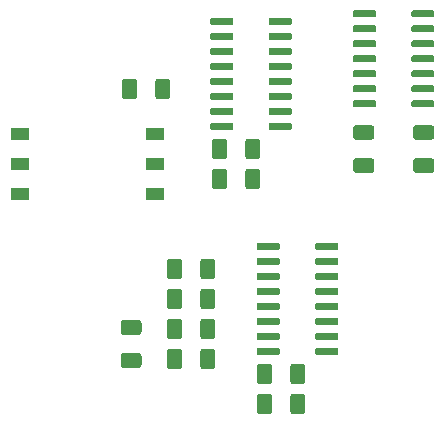
<source format=gbr>
G04 #@! TF.GenerationSoftware,KiCad,Pcbnew,5.1.5*
G04 #@! TF.CreationDate,2020-02-28T10:53:43-06:00*
G04 #@! TF.ProjectId,pcb,7063622e-6b69-4636-9164-5f7063625858,rev?*
G04 #@! TF.SameCoordinates,Original*
G04 #@! TF.FileFunction,Paste,Top*
G04 #@! TF.FilePolarity,Positive*
%FSLAX46Y46*%
G04 Gerber Fmt 4.6, Leading zero omitted, Abs format (unit mm)*
G04 Created by KiCad (PCBNEW 5.1.5) date 2020-02-28 10:53:43*
%MOMM*%
%LPD*%
G04 APERTURE LIST*
%ADD10C,0.100000*%
%ADD11R,1.524000X1.016000*%
G04 APERTURE END LIST*
D10*
G36*
X41664703Y-100665722D02*
G01*
X41679264Y-100667882D01*
X41693543Y-100671459D01*
X41707403Y-100676418D01*
X41720710Y-100682712D01*
X41733336Y-100690280D01*
X41745159Y-100699048D01*
X41756066Y-100708934D01*
X41765952Y-100719841D01*
X41774720Y-100731664D01*
X41782288Y-100744290D01*
X41788582Y-100757597D01*
X41793541Y-100771457D01*
X41797118Y-100785736D01*
X41799278Y-100800297D01*
X41800000Y-100815000D01*
X41800000Y-101115000D01*
X41799278Y-101129703D01*
X41797118Y-101144264D01*
X41793541Y-101158543D01*
X41788582Y-101172403D01*
X41782288Y-101185710D01*
X41774720Y-101198336D01*
X41765952Y-101210159D01*
X41756066Y-101221066D01*
X41745159Y-101230952D01*
X41733336Y-101239720D01*
X41720710Y-101247288D01*
X41707403Y-101253582D01*
X41693543Y-101258541D01*
X41679264Y-101262118D01*
X41664703Y-101264278D01*
X41650000Y-101265000D01*
X40000000Y-101265000D01*
X39985297Y-101264278D01*
X39970736Y-101262118D01*
X39956457Y-101258541D01*
X39942597Y-101253582D01*
X39929290Y-101247288D01*
X39916664Y-101239720D01*
X39904841Y-101230952D01*
X39893934Y-101221066D01*
X39884048Y-101210159D01*
X39875280Y-101198336D01*
X39867712Y-101185710D01*
X39861418Y-101172403D01*
X39856459Y-101158543D01*
X39852882Y-101144264D01*
X39850722Y-101129703D01*
X39850000Y-101115000D01*
X39850000Y-100815000D01*
X39850722Y-100800297D01*
X39852882Y-100785736D01*
X39856459Y-100771457D01*
X39861418Y-100757597D01*
X39867712Y-100744290D01*
X39875280Y-100731664D01*
X39884048Y-100719841D01*
X39893934Y-100708934D01*
X39904841Y-100699048D01*
X39916664Y-100690280D01*
X39929290Y-100682712D01*
X39942597Y-100676418D01*
X39956457Y-100671459D01*
X39970736Y-100667882D01*
X39985297Y-100665722D01*
X40000000Y-100665000D01*
X41650000Y-100665000D01*
X41664703Y-100665722D01*
G37*
G36*
X41664703Y-99395722D02*
G01*
X41679264Y-99397882D01*
X41693543Y-99401459D01*
X41707403Y-99406418D01*
X41720710Y-99412712D01*
X41733336Y-99420280D01*
X41745159Y-99429048D01*
X41756066Y-99438934D01*
X41765952Y-99449841D01*
X41774720Y-99461664D01*
X41782288Y-99474290D01*
X41788582Y-99487597D01*
X41793541Y-99501457D01*
X41797118Y-99515736D01*
X41799278Y-99530297D01*
X41800000Y-99545000D01*
X41800000Y-99845000D01*
X41799278Y-99859703D01*
X41797118Y-99874264D01*
X41793541Y-99888543D01*
X41788582Y-99902403D01*
X41782288Y-99915710D01*
X41774720Y-99928336D01*
X41765952Y-99940159D01*
X41756066Y-99951066D01*
X41745159Y-99960952D01*
X41733336Y-99969720D01*
X41720710Y-99977288D01*
X41707403Y-99983582D01*
X41693543Y-99988541D01*
X41679264Y-99992118D01*
X41664703Y-99994278D01*
X41650000Y-99995000D01*
X40000000Y-99995000D01*
X39985297Y-99994278D01*
X39970736Y-99992118D01*
X39956457Y-99988541D01*
X39942597Y-99983582D01*
X39929290Y-99977288D01*
X39916664Y-99969720D01*
X39904841Y-99960952D01*
X39893934Y-99951066D01*
X39884048Y-99940159D01*
X39875280Y-99928336D01*
X39867712Y-99915710D01*
X39861418Y-99902403D01*
X39856459Y-99888543D01*
X39852882Y-99874264D01*
X39850722Y-99859703D01*
X39850000Y-99845000D01*
X39850000Y-99545000D01*
X39850722Y-99530297D01*
X39852882Y-99515736D01*
X39856459Y-99501457D01*
X39861418Y-99487597D01*
X39867712Y-99474290D01*
X39875280Y-99461664D01*
X39884048Y-99449841D01*
X39893934Y-99438934D01*
X39904841Y-99429048D01*
X39916664Y-99420280D01*
X39929290Y-99412712D01*
X39942597Y-99406418D01*
X39956457Y-99401459D01*
X39970736Y-99397882D01*
X39985297Y-99395722D01*
X40000000Y-99395000D01*
X41650000Y-99395000D01*
X41664703Y-99395722D01*
G37*
G36*
X41664703Y-98125722D02*
G01*
X41679264Y-98127882D01*
X41693543Y-98131459D01*
X41707403Y-98136418D01*
X41720710Y-98142712D01*
X41733336Y-98150280D01*
X41745159Y-98159048D01*
X41756066Y-98168934D01*
X41765952Y-98179841D01*
X41774720Y-98191664D01*
X41782288Y-98204290D01*
X41788582Y-98217597D01*
X41793541Y-98231457D01*
X41797118Y-98245736D01*
X41799278Y-98260297D01*
X41800000Y-98275000D01*
X41800000Y-98575000D01*
X41799278Y-98589703D01*
X41797118Y-98604264D01*
X41793541Y-98618543D01*
X41788582Y-98632403D01*
X41782288Y-98645710D01*
X41774720Y-98658336D01*
X41765952Y-98670159D01*
X41756066Y-98681066D01*
X41745159Y-98690952D01*
X41733336Y-98699720D01*
X41720710Y-98707288D01*
X41707403Y-98713582D01*
X41693543Y-98718541D01*
X41679264Y-98722118D01*
X41664703Y-98724278D01*
X41650000Y-98725000D01*
X40000000Y-98725000D01*
X39985297Y-98724278D01*
X39970736Y-98722118D01*
X39956457Y-98718541D01*
X39942597Y-98713582D01*
X39929290Y-98707288D01*
X39916664Y-98699720D01*
X39904841Y-98690952D01*
X39893934Y-98681066D01*
X39884048Y-98670159D01*
X39875280Y-98658336D01*
X39867712Y-98645710D01*
X39861418Y-98632403D01*
X39856459Y-98618543D01*
X39852882Y-98604264D01*
X39850722Y-98589703D01*
X39850000Y-98575000D01*
X39850000Y-98275000D01*
X39850722Y-98260297D01*
X39852882Y-98245736D01*
X39856459Y-98231457D01*
X39861418Y-98217597D01*
X39867712Y-98204290D01*
X39875280Y-98191664D01*
X39884048Y-98179841D01*
X39893934Y-98168934D01*
X39904841Y-98159048D01*
X39916664Y-98150280D01*
X39929290Y-98142712D01*
X39942597Y-98136418D01*
X39956457Y-98131459D01*
X39970736Y-98127882D01*
X39985297Y-98125722D01*
X40000000Y-98125000D01*
X41650000Y-98125000D01*
X41664703Y-98125722D01*
G37*
G36*
X41664703Y-96855722D02*
G01*
X41679264Y-96857882D01*
X41693543Y-96861459D01*
X41707403Y-96866418D01*
X41720710Y-96872712D01*
X41733336Y-96880280D01*
X41745159Y-96889048D01*
X41756066Y-96898934D01*
X41765952Y-96909841D01*
X41774720Y-96921664D01*
X41782288Y-96934290D01*
X41788582Y-96947597D01*
X41793541Y-96961457D01*
X41797118Y-96975736D01*
X41799278Y-96990297D01*
X41800000Y-97005000D01*
X41800000Y-97305000D01*
X41799278Y-97319703D01*
X41797118Y-97334264D01*
X41793541Y-97348543D01*
X41788582Y-97362403D01*
X41782288Y-97375710D01*
X41774720Y-97388336D01*
X41765952Y-97400159D01*
X41756066Y-97411066D01*
X41745159Y-97420952D01*
X41733336Y-97429720D01*
X41720710Y-97437288D01*
X41707403Y-97443582D01*
X41693543Y-97448541D01*
X41679264Y-97452118D01*
X41664703Y-97454278D01*
X41650000Y-97455000D01*
X40000000Y-97455000D01*
X39985297Y-97454278D01*
X39970736Y-97452118D01*
X39956457Y-97448541D01*
X39942597Y-97443582D01*
X39929290Y-97437288D01*
X39916664Y-97429720D01*
X39904841Y-97420952D01*
X39893934Y-97411066D01*
X39884048Y-97400159D01*
X39875280Y-97388336D01*
X39867712Y-97375710D01*
X39861418Y-97362403D01*
X39856459Y-97348543D01*
X39852882Y-97334264D01*
X39850722Y-97319703D01*
X39850000Y-97305000D01*
X39850000Y-97005000D01*
X39850722Y-96990297D01*
X39852882Y-96975736D01*
X39856459Y-96961457D01*
X39861418Y-96947597D01*
X39867712Y-96934290D01*
X39875280Y-96921664D01*
X39884048Y-96909841D01*
X39893934Y-96898934D01*
X39904841Y-96889048D01*
X39916664Y-96880280D01*
X39929290Y-96872712D01*
X39942597Y-96866418D01*
X39956457Y-96861459D01*
X39970736Y-96857882D01*
X39985297Y-96855722D01*
X40000000Y-96855000D01*
X41650000Y-96855000D01*
X41664703Y-96855722D01*
G37*
G36*
X41664703Y-95585722D02*
G01*
X41679264Y-95587882D01*
X41693543Y-95591459D01*
X41707403Y-95596418D01*
X41720710Y-95602712D01*
X41733336Y-95610280D01*
X41745159Y-95619048D01*
X41756066Y-95628934D01*
X41765952Y-95639841D01*
X41774720Y-95651664D01*
X41782288Y-95664290D01*
X41788582Y-95677597D01*
X41793541Y-95691457D01*
X41797118Y-95705736D01*
X41799278Y-95720297D01*
X41800000Y-95735000D01*
X41800000Y-96035000D01*
X41799278Y-96049703D01*
X41797118Y-96064264D01*
X41793541Y-96078543D01*
X41788582Y-96092403D01*
X41782288Y-96105710D01*
X41774720Y-96118336D01*
X41765952Y-96130159D01*
X41756066Y-96141066D01*
X41745159Y-96150952D01*
X41733336Y-96159720D01*
X41720710Y-96167288D01*
X41707403Y-96173582D01*
X41693543Y-96178541D01*
X41679264Y-96182118D01*
X41664703Y-96184278D01*
X41650000Y-96185000D01*
X40000000Y-96185000D01*
X39985297Y-96184278D01*
X39970736Y-96182118D01*
X39956457Y-96178541D01*
X39942597Y-96173582D01*
X39929290Y-96167288D01*
X39916664Y-96159720D01*
X39904841Y-96150952D01*
X39893934Y-96141066D01*
X39884048Y-96130159D01*
X39875280Y-96118336D01*
X39867712Y-96105710D01*
X39861418Y-96092403D01*
X39856459Y-96078543D01*
X39852882Y-96064264D01*
X39850722Y-96049703D01*
X39850000Y-96035000D01*
X39850000Y-95735000D01*
X39850722Y-95720297D01*
X39852882Y-95705736D01*
X39856459Y-95691457D01*
X39861418Y-95677597D01*
X39867712Y-95664290D01*
X39875280Y-95651664D01*
X39884048Y-95639841D01*
X39893934Y-95628934D01*
X39904841Y-95619048D01*
X39916664Y-95610280D01*
X39929290Y-95602712D01*
X39942597Y-95596418D01*
X39956457Y-95591459D01*
X39970736Y-95587882D01*
X39985297Y-95585722D01*
X40000000Y-95585000D01*
X41650000Y-95585000D01*
X41664703Y-95585722D01*
G37*
G36*
X41664703Y-94315722D02*
G01*
X41679264Y-94317882D01*
X41693543Y-94321459D01*
X41707403Y-94326418D01*
X41720710Y-94332712D01*
X41733336Y-94340280D01*
X41745159Y-94349048D01*
X41756066Y-94358934D01*
X41765952Y-94369841D01*
X41774720Y-94381664D01*
X41782288Y-94394290D01*
X41788582Y-94407597D01*
X41793541Y-94421457D01*
X41797118Y-94435736D01*
X41799278Y-94450297D01*
X41800000Y-94465000D01*
X41800000Y-94765000D01*
X41799278Y-94779703D01*
X41797118Y-94794264D01*
X41793541Y-94808543D01*
X41788582Y-94822403D01*
X41782288Y-94835710D01*
X41774720Y-94848336D01*
X41765952Y-94860159D01*
X41756066Y-94871066D01*
X41745159Y-94880952D01*
X41733336Y-94889720D01*
X41720710Y-94897288D01*
X41707403Y-94903582D01*
X41693543Y-94908541D01*
X41679264Y-94912118D01*
X41664703Y-94914278D01*
X41650000Y-94915000D01*
X40000000Y-94915000D01*
X39985297Y-94914278D01*
X39970736Y-94912118D01*
X39956457Y-94908541D01*
X39942597Y-94903582D01*
X39929290Y-94897288D01*
X39916664Y-94889720D01*
X39904841Y-94880952D01*
X39893934Y-94871066D01*
X39884048Y-94860159D01*
X39875280Y-94848336D01*
X39867712Y-94835710D01*
X39861418Y-94822403D01*
X39856459Y-94808543D01*
X39852882Y-94794264D01*
X39850722Y-94779703D01*
X39850000Y-94765000D01*
X39850000Y-94465000D01*
X39850722Y-94450297D01*
X39852882Y-94435736D01*
X39856459Y-94421457D01*
X39861418Y-94407597D01*
X39867712Y-94394290D01*
X39875280Y-94381664D01*
X39884048Y-94369841D01*
X39893934Y-94358934D01*
X39904841Y-94349048D01*
X39916664Y-94340280D01*
X39929290Y-94332712D01*
X39942597Y-94326418D01*
X39956457Y-94321459D01*
X39970736Y-94317882D01*
X39985297Y-94315722D01*
X40000000Y-94315000D01*
X41650000Y-94315000D01*
X41664703Y-94315722D01*
G37*
G36*
X41664703Y-93045722D02*
G01*
X41679264Y-93047882D01*
X41693543Y-93051459D01*
X41707403Y-93056418D01*
X41720710Y-93062712D01*
X41733336Y-93070280D01*
X41745159Y-93079048D01*
X41756066Y-93088934D01*
X41765952Y-93099841D01*
X41774720Y-93111664D01*
X41782288Y-93124290D01*
X41788582Y-93137597D01*
X41793541Y-93151457D01*
X41797118Y-93165736D01*
X41799278Y-93180297D01*
X41800000Y-93195000D01*
X41800000Y-93495000D01*
X41799278Y-93509703D01*
X41797118Y-93524264D01*
X41793541Y-93538543D01*
X41788582Y-93552403D01*
X41782288Y-93565710D01*
X41774720Y-93578336D01*
X41765952Y-93590159D01*
X41756066Y-93601066D01*
X41745159Y-93610952D01*
X41733336Y-93619720D01*
X41720710Y-93627288D01*
X41707403Y-93633582D01*
X41693543Y-93638541D01*
X41679264Y-93642118D01*
X41664703Y-93644278D01*
X41650000Y-93645000D01*
X40000000Y-93645000D01*
X39985297Y-93644278D01*
X39970736Y-93642118D01*
X39956457Y-93638541D01*
X39942597Y-93633582D01*
X39929290Y-93627288D01*
X39916664Y-93619720D01*
X39904841Y-93610952D01*
X39893934Y-93601066D01*
X39884048Y-93590159D01*
X39875280Y-93578336D01*
X39867712Y-93565710D01*
X39861418Y-93552403D01*
X39856459Y-93538543D01*
X39852882Y-93524264D01*
X39850722Y-93509703D01*
X39850000Y-93495000D01*
X39850000Y-93195000D01*
X39850722Y-93180297D01*
X39852882Y-93165736D01*
X39856459Y-93151457D01*
X39861418Y-93137597D01*
X39867712Y-93124290D01*
X39875280Y-93111664D01*
X39884048Y-93099841D01*
X39893934Y-93088934D01*
X39904841Y-93079048D01*
X39916664Y-93070280D01*
X39929290Y-93062712D01*
X39942597Y-93056418D01*
X39956457Y-93051459D01*
X39970736Y-93047882D01*
X39985297Y-93045722D01*
X40000000Y-93045000D01*
X41650000Y-93045000D01*
X41664703Y-93045722D01*
G37*
G36*
X41664703Y-91775722D02*
G01*
X41679264Y-91777882D01*
X41693543Y-91781459D01*
X41707403Y-91786418D01*
X41720710Y-91792712D01*
X41733336Y-91800280D01*
X41745159Y-91809048D01*
X41756066Y-91818934D01*
X41765952Y-91829841D01*
X41774720Y-91841664D01*
X41782288Y-91854290D01*
X41788582Y-91867597D01*
X41793541Y-91881457D01*
X41797118Y-91895736D01*
X41799278Y-91910297D01*
X41800000Y-91925000D01*
X41800000Y-92225000D01*
X41799278Y-92239703D01*
X41797118Y-92254264D01*
X41793541Y-92268543D01*
X41788582Y-92282403D01*
X41782288Y-92295710D01*
X41774720Y-92308336D01*
X41765952Y-92320159D01*
X41756066Y-92331066D01*
X41745159Y-92340952D01*
X41733336Y-92349720D01*
X41720710Y-92357288D01*
X41707403Y-92363582D01*
X41693543Y-92368541D01*
X41679264Y-92372118D01*
X41664703Y-92374278D01*
X41650000Y-92375000D01*
X40000000Y-92375000D01*
X39985297Y-92374278D01*
X39970736Y-92372118D01*
X39956457Y-92368541D01*
X39942597Y-92363582D01*
X39929290Y-92357288D01*
X39916664Y-92349720D01*
X39904841Y-92340952D01*
X39893934Y-92331066D01*
X39884048Y-92320159D01*
X39875280Y-92308336D01*
X39867712Y-92295710D01*
X39861418Y-92282403D01*
X39856459Y-92268543D01*
X39852882Y-92254264D01*
X39850722Y-92239703D01*
X39850000Y-92225000D01*
X39850000Y-91925000D01*
X39850722Y-91910297D01*
X39852882Y-91895736D01*
X39856459Y-91881457D01*
X39861418Y-91867597D01*
X39867712Y-91854290D01*
X39875280Y-91841664D01*
X39884048Y-91829841D01*
X39893934Y-91818934D01*
X39904841Y-91809048D01*
X39916664Y-91800280D01*
X39929290Y-91792712D01*
X39942597Y-91786418D01*
X39956457Y-91781459D01*
X39970736Y-91777882D01*
X39985297Y-91775722D01*
X40000000Y-91775000D01*
X41650000Y-91775000D01*
X41664703Y-91775722D01*
G37*
G36*
X46614703Y-91775722D02*
G01*
X46629264Y-91777882D01*
X46643543Y-91781459D01*
X46657403Y-91786418D01*
X46670710Y-91792712D01*
X46683336Y-91800280D01*
X46695159Y-91809048D01*
X46706066Y-91818934D01*
X46715952Y-91829841D01*
X46724720Y-91841664D01*
X46732288Y-91854290D01*
X46738582Y-91867597D01*
X46743541Y-91881457D01*
X46747118Y-91895736D01*
X46749278Y-91910297D01*
X46750000Y-91925000D01*
X46750000Y-92225000D01*
X46749278Y-92239703D01*
X46747118Y-92254264D01*
X46743541Y-92268543D01*
X46738582Y-92282403D01*
X46732288Y-92295710D01*
X46724720Y-92308336D01*
X46715952Y-92320159D01*
X46706066Y-92331066D01*
X46695159Y-92340952D01*
X46683336Y-92349720D01*
X46670710Y-92357288D01*
X46657403Y-92363582D01*
X46643543Y-92368541D01*
X46629264Y-92372118D01*
X46614703Y-92374278D01*
X46600000Y-92375000D01*
X44950000Y-92375000D01*
X44935297Y-92374278D01*
X44920736Y-92372118D01*
X44906457Y-92368541D01*
X44892597Y-92363582D01*
X44879290Y-92357288D01*
X44866664Y-92349720D01*
X44854841Y-92340952D01*
X44843934Y-92331066D01*
X44834048Y-92320159D01*
X44825280Y-92308336D01*
X44817712Y-92295710D01*
X44811418Y-92282403D01*
X44806459Y-92268543D01*
X44802882Y-92254264D01*
X44800722Y-92239703D01*
X44800000Y-92225000D01*
X44800000Y-91925000D01*
X44800722Y-91910297D01*
X44802882Y-91895736D01*
X44806459Y-91881457D01*
X44811418Y-91867597D01*
X44817712Y-91854290D01*
X44825280Y-91841664D01*
X44834048Y-91829841D01*
X44843934Y-91818934D01*
X44854841Y-91809048D01*
X44866664Y-91800280D01*
X44879290Y-91792712D01*
X44892597Y-91786418D01*
X44906457Y-91781459D01*
X44920736Y-91777882D01*
X44935297Y-91775722D01*
X44950000Y-91775000D01*
X46600000Y-91775000D01*
X46614703Y-91775722D01*
G37*
G36*
X46614703Y-93045722D02*
G01*
X46629264Y-93047882D01*
X46643543Y-93051459D01*
X46657403Y-93056418D01*
X46670710Y-93062712D01*
X46683336Y-93070280D01*
X46695159Y-93079048D01*
X46706066Y-93088934D01*
X46715952Y-93099841D01*
X46724720Y-93111664D01*
X46732288Y-93124290D01*
X46738582Y-93137597D01*
X46743541Y-93151457D01*
X46747118Y-93165736D01*
X46749278Y-93180297D01*
X46750000Y-93195000D01*
X46750000Y-93495000D01*
X46749278Y-93509703D01*
X46747118Y-93524264D01*
X46743541Y-93538543D01*
X46738582Y-93552403D01*
X46732288Y-93565710D01*
X46724720Y-93578336D01*
X46715952Y-93590159D01*
X46706066Y-93601066D01*
X46695159Y-93610952D01*
X46683336Y-93619720D01*
X46670710Y-93627288D01*
X46657403Y-93633582D01*
X46643543Y-93638541D01*
X46629264Y-93642118D01*
X46614703Y-93644278D01*
X46600000Y-93645000D01*
X44950000Y-93645000D01*
X44935297Y-93644278D01*
X44920736Y-93642118D01*
X44906457Y-93638541D01*
X44892597Y-93633582D01*
X44879290Y-93627288D01*
X44866664Y-93619720D01*
X44854841Y-93610952D01*
X44843934Y-93601066D01*
X44834048Y-93590159D01*
X44825280Y-93578336D01*
X44817712Y-93565710D01*
X44811418Y-93552403D01*
X44806459Y-93538543D01*
X44802882Y-93524264D01*
X44800722Y-93509703D01*
X44800000Y-93495000D01*
X44800000Y-93195000D01*
X44800722Y-93180297D01*
X44802882Y-93165736D01*
X44806459Y-93151457D01*
X44811418Y-93137597D01*
X44817712Y-93124290D01*
X44825280Y-93111664D01*
X44834048Y-93099841D01*
X44843934Y-93088934D01*
X44854841Y-93079048D01*
X44866664Y-93070280D01*
X44879290Y-93062712D01*
X44892597Y-93056418D01*
X44906457Y-93051459D01*
X44920736Y-93047882D01*
X44935297Y-93045722D01*
X44950000Y-93045000D01*
X46600000Y-93045000D01*
X46614703Y-93045722D01*
G37*
G36*
X46614703Y-94315722D02*
G01*
X46629264Y-94317882D01*
X46643543Y-94321459D01*
X46657403Y-94326418D01*
X46670710Y-94332712D01*
X46683336Y-94340280D01*
X46695159Y-94349048D01*
X46706066Y-94358934D01*
X46715952Y-94369841D01*
X46724720Y-94381664D01*
X46732288Y-94394290D01*
X46738582Y-94407597D01*
X46743541Y-94421457D01*
X46747118Y-94435736D01*
X46749278Y-94450297D01*
X46750000Y-94465000D01*
X46750000Y-94765000D01*
X46749278Y-94779703D01*
X46747118Y-94794264D01*
X46743541Y-94808543D01*
X46738582Y-94822403D01*
X46732288Y-94835710D01*
X46724720Y-94848336D01*
X46715952Y-94860159D01*
X46706066Y-94871066D01*
X46695159Y-94880952D01*
X46683336Y-94889720D01*
X46670710Y-94897288D01*
X46657403Y-94903582D01*
X46643543Y-94908541D01*
X46629264Y-94912118D01*
X46614703Y-94914278D01*
X46600000Y-94915000D01*
X44950000Y-94915000D01*
X44935297Y-94914278D01*
X44920736Y-94912118D01*
X44906457Y-94908541D01*
X44892597Y-94903582D01*
X44879290Y-94897288D01*
X44866664Y-94889720D01*
X44854841Y-94880952D01*
X44843934Y-94871066D01*
X44834048Y-94860159D01*
X44825280Y-94848336D01*
X44817712Y-94835710D01*
X44811418Y-94822403D01*
X44806459Y-94808543D01*
X44802882Y-94794264D01*
X44800722Y-94779703D01*
X44800000Y-94765000D01*
X44800000Y-94465000D01*
X44800722Y-94450297D01*
X44802882Y-94435736D01*
X44806459Y-94421457D01*
X44811418Y-94407597D01*
X44817712Y-94394290D01*
X44825280Y-94381664D01*
X44834048Y-94369841D01*
X44843934Y-94358934D01*
X44854841Y-94349048D01*
X44866664Y-94340280D01*
X44879290Y-94332712D01*
X44892597Y-94326418D01*
X44906457Y-94321459D01*
X44920736Y-94317882D01*
X44935297Y-94315722D01*
X44950000Y-94315000D01*
X46600000Y-94315000D01*
X46614703Y-94315722D01*
G37*
G36*
X46614703Y-95585722D02*
G01*
X46629264Y-95587882D01*
X46643543Y-95591459D01*
X46657403Y-95596418D01*
X46670710Y-95602712D01*
X46683336Y-95610280D01*
X46695159Y-95619048D01*
X46706066Y-95628934D01*
X46715952Y-95639841D01*
X46724720Y-95651664D01*
X46732288Y-95664290D01*
X46738582Y-95677597D01*
X46743541Y-95691457D01*
X46747118Y-95705736D01*
X46749278Y-95720297D01*
X46750000Y-95735000D01*
X46750000Y-96035000D01*
X46749278Y-96049703D01*
X46747118Y-96064264D01*
X46743541Y-96078543D01*
X46738582Y-96092403D01*
X46732288Y-96105710D01*
X46724720Y-96118336D01*
X46715952Y-96130159D01*
X46706066Y-96141066D01*
X46695159Y-96150952D01*
X46683336Y-96159720D01*
X46670710Y-96167288D01*
X46657403Y-96173582D01*
X46643543Y-96178541D01*
X46629264Y-96182118D01*
X46614703Y-96184278D01*
X46600000Y-96185000D01*
X44950000Y-96185000D01*
X44935297Y-96184278D01*
X44920736Y-96182118D01*
X44906457Y-96178541D01*
X44892597Y-96173582D01*
X44879290Y-96167288D01*
X44866664Y-96159720D01*
X44854841Y-96150952D01*
X44843934Y-96141066D01*
X44834048Y-96130159D01*
X44825280Y-96118336D01*
X44817712Y-96105710D01*
X44811418Y-96092403D01*
X44806459Y-96078543D01*
X44802882Y-96064264D01*
X44800722Y-96049703D01*
X44800000Y-96035000D01*
X44800000Y-95735000D01*
X44800722Y-95720297D01*
X44802882Y-95705736D01*
X44806459Y-95691457D01*
X44811418Y-95677597D01*
X44817712Y-95664290D01*
X44825280Y-95651664D01*
X44834048Y-95639841D01*
X44843934Y-95628934D01*
X44854841Y-95619048D01*
X44866664Y-95610280D01*
X44879290Y-95602712D01*
X44892597Y-95596418D01*
X44906457Y-95591459D01*
X44920736Y-95587882D01*
X44935297Y-95585722D01*
X44950000Y-95585000D01*
X46600000Y-95585000D01*
X46614703Y-95585722D01*
G37*
G36*
X46614703Y-96855722D02*
G01*
X46629264Y-96857882D01*
X46643543Y-96861459D01*
X46657403Y-96866418D01*
X46670710Y-96872712D01*
X46683336Y-96880280D01*
X46695159Y-96889048D01*
X46706066Y-96898934D01*
X46715952Y-96909841D01*
X46724720Y-96921664D01*
X46732288Y-96934290D01*
X46738582Y-96947597D01*
X46743541Y-96961457D01*
X46747118Y-96975736D01*
X46749278Y-96990297D01*
X46750000Y-97005000D01*
X46750000Y-97305000D01*
X46749278Y-97319703D01*
X46747118Y-97334264D01*
X46743541Y-97348543D01*
X46738582Y-97362403D01*
X46732288Y-97375710D01*
X46724720Y-97388336D01*
X46715952Y-97400159D01*
X46706066Y-97411066D01*
X46695159Y-97420952D01*
X46683336Y-97429720D01*
X46670710Y-97437288D01*
X46657403Y-97443582D01*
X46643543Y-97448541D01*
X46629264Y-97452118D01*
X46614703Y-97454278D01*
X46600000Y-97455000D01*
X44950000Y-97455000D01*
X44935297Y-97454278D01*
X44920736Y-97452118D01*
X44906457Y-97448541D01*
X44892597Y-97443582D01*
X44879290Y-97437288D01*
X44866664Y-97429720D01*
X44854841Y-97420952D01*
X44843934Y-97411066D01*
X44834048Y-97400159D01*
X44825280Y-97388336D01*
X44817712Y-97375710D01*
X44811418Y-97362403D01*
X44806459Y-97348543D01*
X44802882Y-97334264D01*
X44800722Y-97319703D01*
X44800000Y-97305000D01*
X44800000Y-97005000D01*
X44800722Y-96990297D01*
X44802882Y-96975736D01*
X44806459Y-96961457D01*
X44811418Y-96947597D01*
X44817712Y-96934290D01*
X44825280Y-96921664D01*
X44834048Y-96909841D01*
X44843934Y-96898934D01*
X44854841Y-96889048D01*
X44866664Y-96880280D01*
X44879290Y-96872712D01*
X44892597Y-96866418D01*
X44906457Y-96861459D01*
X44920736Y-96857882D01*
X44935297Y-96855722D01*
X44950000Y-96855000D01*
X46600000Y-96855000D01*
X46614703Y-96855722D01*
G37*
G36*
X46614703Y-98125722D02*
G01*
X46629264Y-98127882D01*
X46643543Y-98131459D01*
X46657403Y-98136418D01*
X46670710Y-98142712D01*
X46683336Y-98150280D01*
X46695159Y-98159048D01*
X46706066Y-98168934D01*
X46715952Y-98179841D01*
X46724720Y-98191664D01*
X46732288Y-98204290D01*
X46738582Y-98217597D01*
X46743541Y-98231457D01*
X46747118Y-98245736D01*
X46749278Y-98260297D01*
X46750000Y-98275000D01*
X46750000Y-98575000D01*
X46749278Y-98589703D01*
X46747118Y-98604264D01*
X46743541Y-98618543D01*
X46738582Y-98632403D01*
X46732288Y-98645710D01*
X46724720Y-98658336D01*
X46715952Y-98670159D01*
X46706066Y-98681066D01*
X46695159Y-98690952D01*
X46683336Y-98699720D01*
X46670710Y-98707288D01*
X46657403Y-98713582D01*
X46643543Y-98718541D01*
X46629264Y-98722118D01*
X46614703Y-98724278D01*
X46600000Y-98725000D01*
X44950000Y-98725000D01*
X44935297Y-98724278D01*
X44920736Y-98722118D01*
X44906457Y-98718541D01*
X44892597Y-98713582D01*
X44879290Y-98707288D01*
X44866664Y-98699720D01*
X44854841Y-98690952D01*
X44843934Y-98681066D01*
X44834048Y-98670159D01*
X44825280Y-98658336D01*
X44817712Y-98645710D01*
X44811418Y-98632403D01*
X44806459Y-98618543D01*
X44802882Y-98604264D01*
X44800722Y-98589703D01*
X44800000Y-98575000D01*
X44800000Y-98275000D01*
X44800722Y-98260297D01*
X44802882Y-98245736D01*
X44806459Y-98231457D01*
X44811418Y-98217597D01*
X44817712Y-98204290D01*
X44825280Y-98191664D01*
X44834048Y-98179841D01*
X44843934Y-98168934D01*
X44854841Y-98159048D01*
X44866664Y-98150280D01*
X44879290Y-98142712D01*
X44892597Y-98136418D01*
X44906457Y-98131459D01*
X44920736Y-98127882D01*
X44935297Y-98125722D01*
X44950000Y-98125000D01*
X46600000Y-98125000D01*
X46614703Y-98125722D01*
G37*
G36*
X46614703Y-99395722D02*
G01*
X46629264Y-99397882D01*
X46643543Y-99401459D01*
X46657403Y-99406418D01*
X46670710Y-99412712D01*
X46683336Y-99420280D01*
X46695159Y-99429048D01*
X46706066Y-99438934D01*
X46715952Y-99449841D01*
X46724720Y-99461664D01*
X46732288Y-99474290D01*
X46738582Y-99487597D01*
X46743541Y-99501457D01*
X46747118Y-99515736D01*
X46749278Y-99530297D01*
X46750000Y-99545000D01*
X46750000Y-99845000D01*
X46749278Y-99859703D01*
X46747118Y-99874264D01*
X46743541Y-99888543D01*
X46738582Y-99902403D01*
X46732288Y-99915710D01*
X46724720Y-99928336D01*
X46715952Y-99940159D01*
X46706066Y-99951066D01*
X46695159Y-99960952D01*
X46683336Y-99969720D01*
X46670710Y-99977288D01*
X46657403Y-99983582D01*
X46643543Y-99988541D01*
X46629264Y-99992118D01*
X46614703Y-99994278D01*
X46600000Y-99995000D01*
X44950000Y-99995000D01*
X44935297Y-99994278D01*
X44920736Y-99992118D01*
X44906457Y-99988541D01*
X44892597Y-99983582D01*
X44879290Y-99977288D01*
X44866664Y-99969720D01*
X44854841Y-99960952D01*
X44843934Y-99951066D01*
X44834048Y-99940159D01*
X44825280Y-99928336D01*
X44817712Y-99915710D01*
X44811418Y-99902403D01*
X44806459Y-99888543D01*
X44802882Y-99874264D01*
X44800722Y-99859703D01*
X44800000Y-99845000D01*
X44800000Y-99545000D01*
X44800722Y-99530297D01*
X44802882Y-99515736D01*
X44806459Y-99501457D01*
X44811418Y-99487597D01*
X44817712Y-99474290D01*
X44825280Y-99461664D01*
X44834048Y-99449841D01*
X44843934Y-99438934D01*
X44854841Y-99429048D01*
X44866664Y-99420280D01*
X44879290Y-99412712D01*
X44892597Y-99406418D01*
X44906457Y-99401459D01*
X44920736Y-99397882D01*
X44935297Y-99395722D01*
X44950000Y-99395000D01*
X46600000Y-99395000D01*
X46614703Y-99395722D01*
G37*
G36*
X46614703Y-100665722D02*
G01*
X46629264Y-100667882D01*
X46643543Y-100671459D01*
X46657403Y-100676418D01*
X46670710Y-100682712D01*
X46683336Y-100690280D01*
X46695159Y-100699048D01*
X46706066Y-100708934D01*
X46715952Y-100719841D01*
X46724720Y-100731664D01*
X46732288Y-100744290D01*
X46738582Y-100757597D01*
X46743541Y-100771457D01*
X46747118Y-100785736D01*
X46749278Y-100800297D01*
X46750000Y-100815000D01*
X46750000Y-101115000D01*
X46749278Y-101129703D01*
X46747118Y-101144264D01*
X46743541Y-101158543D01*
X46738582Y-101172403D01*
X46732288Y-101185710D01*
X46724720Y-101198336D01*
X46715952Y-101210159D01*
X46706066Y-101221066D01*
X46695159Y-101230952D01*
X46683336Y-101239720D01*
X46670710Y-101247288D01*
X46657403Y-101253582D01*
X46643543Y-101258541D01*
X46629264Y-101262118D01*
X46614703Y-101264278D01*
X46600000Y-101265000D01*
X44950000Y-101265000D01*
X44935297Y-101264278D01*
X44920736Y-101262118D01*
X44906457Y-101258541D01*
X44892597Y-101253582D01*
X44879290Y-101247288D01*
X44866664Y-101239720D01*
X44854841Y-101230952D01*
X44843934Y-101221066D01*
X44834048Y-101210159D01*
X44825280Y-101198336D01*
X44817712Y-101185710D01*
X44811418Y-101172403D01*
X44806459Y-101158543D01*
X44802882Y-101144264D01*
X44800722Y-101129703D01*
X44800000Y-101115000D01*
X44800000Y-100815000D01*
X44800722Y-100800297D01*
X44802882Y-100785736D01*
X44806459Y-100771457D01*
X44811418Y-100757597D01*
X44817712Y-100744290D01*
X44825280Y-100731664D01*
X44834048Y-100719841D01*
X44843934Y-100708934D01*
X44854841Y-100699048D01*
X44866664Y-100690280D01*
X44879290Y-100682712D01*
X44892597Y-100676418D01*
X44906457Y-100671459D01*
X44920736Y-100667882D01*
X44935297Y-100665722D01*
X44950000Y-100665000D01*
X46600000Y-100665000D01*
X46614703Y-100665722D01*
G37*
G36*
X37734703Y-81615722D02*
G01*
X37749264Y-81617882D01*
X37763543Y-81621459D01*
X37777403Y-81626418D01*
X37790710Y-81632712D01*
X37803336Y-81640280D01*
X37815159Y-81649048D01*
X37826066Y-81658934D01*
X37835952Y-81669841D01*
X37844720Y-81681664D01*
X37852288Y-81694290D01*
X37858582Y-81707597D01*
X37863541Y-81721457D01*
X37867118Y-81735736D01*
X37869278Y-81750297D01*
X37870000Y-81765000D01*
X37870000Y-82065000D01*
X37869278Y-82079703D01*
X37867118Y-82094264D01*
X37863541Y-82108543D01*
X37858582Y-82122403D01*
X37852288Y-82135710D01*
X37844720Y-82148336D01*
X37835952Y-82160159D01*
X37826066Y-82171066D01*
X37815159Y-82180952D01*
X37803336Y-82189720D01*
X37790710Y-82197288D01*
X37777403Y-82203582D01*
X37763543Y-82208541D01*
X37749264Y-82212118D01*
X37734703Y-82214278D01*
X37720000Y-82215000D01*
X36070000Y-82215000D01*
X36055297Y-82214278D01*
X36040736Y-82212118D01*
X36026457Y-82208541D01*
X36012597Y-82203582D01*
X35999290Y-82197288D01*
X35986664Y-82189720D01*
X35974841Y-82180952D01*
X35963934Y-82171066D01*
X35954048Y-82160159D01*
X35945280Y-82148336D01*
X35937712Y-82135710D01*
X35931418Y-82122403D01*
X35926459Y-82108543D01*
X35922882Y-82094264D01*
X35920722Y-82079703D01*
X35920000Y-82065000D01*
X35920000Y-81765000D01*
X35920722Y-81750297D01*
X35922882Y-81735736D01*
X35926459Y-81721457D01*
X35931418Y-81707597D01*
X35937712Y-81694290D01*
X35945280Y-81681664D01*
X35954048Y-81669841D01*
X35963934Y-81658934D01*
X35974841Y-81649048D01*
X35986664Y-81640280D01*
X35999290Y-81632712D01*
X36012597Y-81626418D01*
X36026457Y-81621459D01*
X36040736Y-81617882D01*
X36055297Y-81615722D01*
X36070000Y-81615000D01*
X37720000Y-81615000D01*
X37734703Y-81615722D01*
G37*
G36*
X37734703Y-80345722D02*
G01*
X37749264Y-80347882D01*
X37763543Y-80351459D01*
X37777403Y-80356418D01*
X37790710Y-80362712D01*
X37803336Y-80370280D01*
X37815159Y-80379048D01*
X37826066Y-80388934D01*
X37835952Y-80399841D01*
X37844720Y-80411664D01*
X37852288Y-80424290D01*
X37858582Y-80437597D01*
X37863541Y-80451457D01*
X37867118Y-80465736D01*
X37869278Y-80480297D01*
X37870000Y-80495000D01*
X37870000Y-80795000D01*
X37869278Y-80809703D01*
X37867118Y-80824264D01*
X37863541Y-80838543D01*
X37858582Y-80852403D01*
X37852288Y-80865710D01*
X37844720Y-80878336D01*
X37835952Y-80890159D01*
X37826066Y-80901066D01*
X37815159Y-80910952D01*
X37803336Y-80919720D01*
X37790710Y-80927288D01*
X37777403Y-80933582D01*
X37763543Y-80938541D01*
X37749264Y-80942118D01*
X37734703Y-80944278D01*
X37720000Y-80945000D01*
X36070000Y-80945000D01*
X36055297Y-80944278D01*
X36040736Y-80942118D01*
X36026457Y-80938541D01*
X36012597Y-80933582D01*
X35999290Y-80927288D01*
X35986664Y-80919720D01*
X35974841Y-80910952D01*
X35963934Y-80901066D01*
X35954048Y-80890159D01*
X35945280Y-80878336D01*
X35937712Y-80865710D01*
X35931418Y-80852403D01*
X35926459Y-80838543D01*
X35922882Y-80824264D01*
X35920722Y-80809703D01*
X35920000Y-80795000D01*
X35920000Y-80495000D01*
X35920722Y-80480297D01*
X35922882Y-80465736D01*
X35926459Y-80451457D01*
X35931418Y-80437597D01*
X35937712Y-80424290D01*
X35945280Y-80411664D01*
X35954048Y-80399841D01*
X35963934Y-80388934D01*
X35974841Y-80379048D01*
X35986664Y-80370280D01*
X35999290Y-80362712D01*
X36012597Y-80356418D01*
X36026457Y-80351459D01*
X36040736Y-80347882D01*
X36055297Y-80345722D01*
X36070000Y-80345000D01*
X37720000Y-80345000D01*
X37734703Y-80345722D01*
G37*
G36*
X37734703Y-79075722D02*
G01*
X37749264Y-79077882D01*
X37763543Y-79081459D01*
X37777403Y-79086418D01*
X37790710Y-79092712D01*
X37803336Y-79100280D01*
X37815159Y-79109048D01*
X37826066Y-79118934D01*
X37835952Y-79129841D01*
X37844720Y-79141664D01*
X37852288Y-79154290D01*
X37858582Y-79167597D01*
X37863541Y-79181457D01*
X37867118Y-79195736D01*
X37869278Y-79210297D01*
X37870000Y-79225000D01*
X37870000Y-79525000D01*
X37869278Y-79539703D01*
X37867118Y-79554264D01*
X37863541Y-79568543D01*
X37858582Y-79582403D01*
X37852288Y-79595710D01*
X37844720Y-79608336D01*
X37835952Y-79620159D01*
X37826066Y-79631066D01*
X37815159Y-79640952D01*
X37803336Y-79649720D01*
X37790710Y-79657288D01*
X37777403Y-79663582D01*
X37763543Y-79668541D01*
X37749264Y-79672118D01*
X37734703Y-79674278D01*
X37720000Y-79675000D01*
X36070000Y-79675000D01*
X36055297Y-79674278D01*
X36040736Y-79672118D01*
X36026457Y-79668541D01*
X36012597Y-79663582D01*
X35999290Y-79657288D01*
X35986664Y-79649720D01*
X35974841Y-79640952D01*
X35963934Y-79631066D01*
X35954048Y-79620159D01*
X35945280Y-79608336D01*
X35937712Y-79595710D01*
X35931418Y-79582403D01*
X35926459Y-79568543D01*
X35922882Y-79554264D01*
X35920722Y-79539703D01*
X35920000Y-79525000D01*
X35920000Y-79225000D01*
X35920722Y-79210297D01*
X35922882Y-79195736D01*
X35926459Y-79181457D01*
X35931418Y-79167597D01*
X35937712Y-79154290D01*
X35945280Y-79141664D01*
X35954048Y-79129841D01*
X35963934Y-79118934D01*
X35974841Y-79109048D01*
X35986664Y-79100280D01*
X35999290Y-79092712D01*
X36012597Y-79086418D01*
X36026457Y-79081459D01*
X36040736Y-79077882D01*
X36055297Y-79075722D01*
X36070000Y-79075000D01*
X37720000Y-79075000D01*
X37734703Y-79075722D01*
G37*
G36*
X37734703Y-77805722D02*
G01*
X37749264Y-77807882D01*
X37763543Y-77811459D01*
X37777403Y-77816418D01*
X37790710Y-77822712D01*
X37803336Y-77830280D01*
X37815159Y-77839048D01*
X37826066Y-77848934D01*
X37835952Y-77859841D01*
X37844720Y-77871664D01*
X37852288Y-77884290D01*
X37858582Y-77897597D01*
X37863541Y-77911457D01*
X37867118Y-77925736D01*
X37869278Y-77940297D01*
X37870000Y-77955000D01*
X37870000Y-78255000D01*
X37869278Y-78269703D01*
X37867118Y-78284264D01*
X37863541Y-78298543D01*
X37858582Y-78312403D01*
X37852288Y-78325710D01*
X37844720Y-78338336D01*
X37835952Y-78350159D01*
X37826066Y-78361066D01*
X37815159Y-78370952D01*
X37803336Y-78379720D01*
X37790710Y-78387288D01*
X37777403Y-78393582D01*
X37763543Y-78398541D01*
X37749264Y-78402118D01*
X37734703Y-78404278D01*
X37720000Y-78405000D01*
X36070000Y-78405000D01*
X36055297Y-78404278D01*
X36040736Y-78402118D01*
X36026457Y-78398541D01*
X36012597Y-78393582D01*
X35999290Y-78387288D01*
X35986664Y-78379720D01*
X35974841Y-78370952D01*
X35963934Y-78361066D01*
X35954048Y-78350159D01*
X35945280Y-78338336D01*
X35937712Y-78325710D01*
X35931418Y-78312403D01*
X35926459Y-78298543D01*
X35922882Y-78284264D01*
X35920722Y-78269703D01*
X35920000Y-78255000D01*
X35920000Y-77955000D01*
X35920722Y-77940297D01*
X35922882Y-77925736D01*
X35926459Y-77911457D01*
X35931418Y-77897597D01*
X35937712Y-77884290D01*
X35945280Y-77871664D01*
X35954048Y-77859841D01*
X35963934Y-77848934D01*
X35974841Y-77839048D01*
X35986664Y-77830280D01*
X35999290Y-77822712D01*
X36012597Y-77816418D01*
X36026457Y-77811459D01*
X36040736Y-77807882D01*
X36055297Y-77805722D01*
X36070000Y-77805000D01*
X37720000Y-77805000D01*
X37734703Y-77805722D01*
G37*
G36*
X37734703Y-76535722D02*
G01*
X37749264Y-76537882D01*
X37763543Y-76541459D01*
X37777403Y-76546418D01*
X37790710Y-76552712D01*
X37803336Y-76560280D01*
X37815159Y-76569048D01*
X37826066Y-76578934D01*
X37835952Y-76589841D01*
X37844720Y-76601664D01*
X37852288Y-76614290D01*
X37858582Y-76627597D01*
X37863541Y-76641457D01*
X37867118Y-76655736D01*
X37869278Y-76670297D01*
X37870000Y-76685000D01*
X37870000Y-76985000D01*
X37869278Y-76999703D01*
X37867118Y-77014264D01*
X37863541Y-77028543D01*
X37858582Y-77042403D01*
X37852288Y-77055710D01*
X37844720Y-77068336D01*
X37835952Y-77080159D01*
X37826066Y-77091066D01*
X37815159Y-77100952D01*
X37803336Y-77109720D01*
X37790710Y-77117288D01*
X37777403Y-77123582D01*
X37763543Y-77128541D01*
X37749264Y-77132118D01*
X37734703Y-77134278D01*
X37720000Y-77135000D01*
X36070000Y-77135000D01*
X36055297Y-77134278D01*
X36040736Y-77132118D01*
X36026457Y-77128541D01*
X36012597Y-77123582D01*
X35999290Y-77117288D01*
X35986664Y-77109720D01*
X35974841Y-77100952D01*
X35963934Y-77091066D01*
X35954048Y-77080159D01*
X35945280Y-77068336D01*
X35937712Y-77055710D01*
X35931418Y-77042403D01*
X35926459Y-77028543D01*
X35922882Y-77014264D01*
X35920722Y-76999703D01*
X35920000Y-76985000D01*
X35920000Y-76685000D01*
X35920722Y-76670297D01*
X35922882Y-76655736D01*
X35926459Y-76641457D01*
X35931418Y-76627597D01*
X35937712Y-76614290D01*
X35945280Y-76601664D01*
X35954048Y-76589841D01*
X35963934Y-76578934D01*
X35974841Y-76569048D01*
X35986664Y-76560280D01*
X35999290Y-76552712D01*
X36012597Y-76546418D01*
X36026457Y-76541459D01*
X36040736Y-76537882D01*
X36055297Y-76535722D01*
X36070000Y-76535000D01*
X37720000Y-76535000D01*
X37734703Y-76535722D01*
G37*
G36*
X37734703Y-75265722D02*
G01*
X37749264Y-75267882D01*
X37763543Y-75271459D01*
X37777403Y-75276418D01*
X37790710Y-75282712D01*
X37803336Y-75290280D01*
X37815159Y-75299048D01*
X37826066Y-75308934D01*
X37835952Y-75319841D01*
X37844720Y-75331664D01*
X37852288Y-75344290D01*
X37858582Y-75357597D01*
X37863541Y-75371457D01*
X37867118Y-75385736D01*
X37869278Y-75400297D01*
X37870000Y-75415000D01*
X37870000Y-75715000D01*
X37869278Y-75729703D01*
X37867118Y-75744264D01*
X37863541Y-75758543D01*
X37858582Y-75772403D01*
X37852288Y-75785710D01*
X37844720Y-75798336D01*
X37835952Y-75810159D01*
X37826066Y-75821066D01*
X37815159Y-75830952D01*
X37803336Y-75839720D01*
X37790710Y-75847288D01*
X37777403Y-75853582D01*
X37763543Y-75858541D01*
X37749264Y-75862118D01*
X37734703Y-75864278D01*
X37720000Y-75865000D01*
X36070000Y-75865000D01*
X36055297Y-75864278D01*
X36040736Y-75862118D01*
X36026457Y-75858541D01*
X36012597Y-75853582D01*
X35999290Y-75847288D01*
X35986664Y-75839720D01*
X35974841Y-75830952D01*
X35963934Y-75821066D01*
X35954048Y-75810159D01*
X35945280Y-75798336D01*
X35937712Y-75785710D01*
X35931418Y-75772403D01*
X35926459Y-75758543D01*
X35922882Y-75744264D01*
X35920722Y-75729703D01*
X35920000Y-75715000D01*
X35920000Y-75415000D01*
X35920722Y-75400297D01*
X35922882Y-75385736D01*
X35926459Y-75371457D01*
X35931418Y-75357597D01*
X35937712Y-75344290D01*
X35945280Y-75331664D01*
X35954048Y-75319841D01*
X35963934Y-75308934D01*
X35974841Y-75299048D01*
X35986664Y-75290280D01*
X35999290Y-75282712D01*
X36012597Y-75276418D01*
X36026457Y-75271459D01*
X36040736Y-75267882D01*
X36055297Y-75265722D01*
X36070000Y-75265000D01*
X37720000Y-75265000D01*
X37734703Y-75265722D01*
G37*
G36*
X37734703Y-73995722D02*
G01*
X37749264Y-73997882D01*
X37763543Y-74001459D01*
X37777403Y-74006418D01*
X37790710Y-74012712D01*
X37803336Y-74020280D01*
X37815159Y-74029048D01*
X37826066Y-74038934D01*
X37835952Y-74049841D01*
X37844720Y-74061664D01*
X37852288Y-74074290D01*
X37858582Y-74087597D01*
X37863541Y-74101457D01*
X37867118Y-74115736D01*
X37869278Y-74130297D01*
X37870000Y-74145000D01*
X37870000Y-74445000D01*
X37869278Y-74459703D01*
X37867118Y-74474264D01*
X37863541Y-74488543D01*
X37858582Y-74502403D01*
X37852288Y-74515710D01*
X37844720Y-74528336D01*
X37835952Y-74540159D01*
X37826066Y-74551066D01*
X37815159Y-74560952D01*
X37803336Y-74569720D01*
X37790710Y-74577288D01*
X37777403Y-74583582D01*
X37763543Y-74588541D01*
X37749264Y-74592118D01*
X37734703Y-74594278D01*
X37720000Y-74595000D01*
X36070000Y-74595000D01*
X36055297Y-74594278D01*
X36040736Y-74592118D01*
X36026457Y-74588541D01*
X36012597Y-74583582D01*
X35999290Y-74577288D01*
X35986664Y-74569720D01*
X35974841Y-74560952D01*
X35963934Y-74551066D01*
X35954048Y-74540159D01*
X35945280Y-74528336D01*
X35937712Y-74515710D01*
X35931418Y-74502403D01*
X35926459Y-74488543D01*
X35922882Y-74474264D01*
X35920722Y-74459703D01*
X35920000Y-74445000D01*
X35920000Y-74145000D01*
X35920722Y-74130297D01*
X35922882Y-74115736D01*
X35926459Y-74101457D01*
X35931418Y-74087597D01*
X35937712Y-74074290D01*
X35945280Y-74061664D01*
X35954048Y-74049841D01*
X35963934Y-74038934D01*
X35974841Y-74029048D01*
X35986664Y-74020280D01*
X35999290Y-74012712D01*
X36012597Y-74006418D01*
X36026457Y-74001459D01*
X36040736Y-73997882D01*
X36055297Y-73995722D01*
X36070000Y-73995000D01*
X37720000Y-73995000D01*
X37734703Y-73995722D01*
G37*
G36*
X37734703Y-72725722D02*
G01*
X37749264Y-72727882D01*
X37763543Y-72731459D01*
X37777403Y-72736418D01*
X37790710Y-72742712D01*
X37803336Y-72750280D01*
X37815159Y-72759048D01*
X37826066Y-72768934D01*
X37835952Y-72779841D01*
X37844720Y-72791664D01*
X37852288Y-72804290D01*
X37858582Y-72817597D01*
X37863541Y-72831457D01*
X37867118Y-72845736D01*
X37869278Y-72860297D01*
X37870000Y-72875000D01*
X37870000Y-73175000D01*
X37869278Y-73189703D01*
X37867118Y-73204264D01*
X37863541Y-73218543D01*
X37858582Y-73232403D01*
X37852288Y-73245710D01*
X37844720Y-73258336D01*
X37835952Y-73270159D01*
X37826066Y-73281066D01*
X37815159Y-73290952D01*
X37803336Y-73299720D01*
X37790710Y-73307288D01*
X37777403Y-73313582D01*
X37763543Y-73318541D01*
X37749264Y-73322118D01*
X37734703Y-73324278D01*
X37720000Y-73325000D01*
X36070000Y-73325000D01*
X36055297Y-73324278D01*
X36040736Y-73322118D01*
X36026457Y-73318541D01*
X36012597Y-73313582D01*
X35999290Y-73307288D01*
X35986664Y-73299720D01*
X35974841Y-73290952D01*
X35963934Y-73281066D01*
X35954048Y-73270159D01*
X35945280Y-73258336D01*
X35937712Y-73245710D01*
X35931418Y-73232403D01*
X35926459Y-73218543D01*
X35922882Y-73204264D01*
X35920722Y-73189703D01*
X35920000Y-73175000D01*
X35920000Y-72875000D01*
X35920722Y-72860297D01*
X35922882Y-72845736D01*
X35926459Y-72831457D01*
X35931418Y-72817597D01*
X35937712Y-72804290D01*
X35945280Y-72791664D01*
X35954048Y-72779841D01*
X35963934Y-72768934D01*
X35974841Y-72759048D01*
X35986664Y-72750280D01*
X35999290Y-72742712D01*
X36012597Y-72736418D01*
X36026457Y-72731459D01*
X36040736Y-72727882D01*
X36055297Y-72725722D01*
X36070000Y-72725000D01*
X37720000Y-72725000D01*
X37734703Y-72725722D01*
G37*
G36*
X42684703Y-72725722D02*
G01*
X42699264Y-72727882D01*
X42713543Y-72731459D01*
X42727403Y-72736418D01*
X42740710Y-72742712D01*
X42753336Y-72750280D01*
X42765159Y-72759048D01*
X42776066Y-72768934D01*
X42785952Y-72779841D01*
X42794720Y-72791664D01*
X42802288Y-72804290D01*
X42808582Y-72817597D01*
X42813541Y-72831457D01*
X42817118Y-72845736D01*
X42819278Y-72860297D01*
X42820000Y-72875000D01*
X42820000Y-73175000D01*
X42819278Y-73189703D01*
X42817118Y-73204264D01*
X42813541Y-73218543D01*
X42808582Y-73232403D01*
X42802288Y-73245710D01*
X42794720Y-73258336D01*
X42785952Y-73270159D01*
X42776066Y-73281066D01*
X42765159Y-73290952D01*
X42753336Y-73299720D01*
X42740710Y-73307288D01*
X42727403Y-73313582D01*
X42713543Y-73318541D01*
X42699264Y-73322118D01*
X42684703Y-73324278D01*
X42670000Y-73325000D01*
X41020000Y-73325000D01*
X41005297Y-73324278D01*
X40990736Y-73322118D01*
X40976457Y-73318541D01*
X40962597Y-73313582D01*
X40949290Y-73307288D01*
X40936664Y-73299720D01*
X40924841Y-73290952D01*
X40913934Y-73281066D01*
X40904048Y-73270159D01*
X40895280Y-73258336D01*
X40887712Y-73245710D01*
X40881418Y-73232403D01*
X40876459Y-73218543D01*
X40872882Y-73204264D01*
X40870722Y-73189703D01*
X40870000Y-73175000D01*
X40870000Y-72875000D01*
X40870722Y-72860297D01*
X40872882Y-72845736D01*
X40876459Y-72831457D01*
X40881418Y-72817597D01*
X40887712Y-72804290D01*
X40895280Y-72791664D01*
X40904048Y-72779841D01*
X40913934Y-72768934D01*
X40924841Y-72759048D01*
X40936664Y-72750280D01*
X40949290Y-72742712D01*
X40962597Y-72736418D01*
X40976457Y-72731459D01*
X40990736Y-72727882D01*
X41005297Y-72725722D01*
X41020000Y-72725000D01*
X42670000Y-72725000D01*
X42684703Y-72725722D01*
G37*
G36*
X42684703Y-73995722D02*
G01*
X42699264Y-73997882D01*
X42713543Y-74001459D01*
X42727403Y-74006418D01*
X42740710Y-74012712D01*
X42753336Y-74020280D01*
X42765159Y-74029048D01*
X42776066Y-74038934D01*
X42785952Y-74049841D01*
X42794720Y-74061664D01*
X42802288Y-74074290D01*
X42808582Y-74087597D01*
X42813541Y-74101457D01*
X42817118Y-74115736D01*
X42819278Y-74130297D01*
X42820000Y-74145000D01*
X42820000Y-74445000D01*
X42819278Y-74459703D01*
X42817118Y-74474264D01*
X42813541Y-74488543D01*
X42808582Y-74502403D01*
X42802288Y-74515710D01*
X42794720Y-74528336D01*
X42785952Y-74540159D01*
X42776066Y-74551066D01*
X42765159Y-74560952D01*
X42753336Y-74569720D01*
X42740710Y-74577288D01*
X42727403Y-74583582D01*
X42713543Y-74588541D01*
X42699264Y-74592118D01*
X42684703Y-74594278D01*
X42670000Y-74595000D01*
X41020000Y-74595000D01*
X41005297Y-74594278D01*
X40990736Y-74592118D01*
X40976457Y-74588541D01*
X40962597Y-74583582D01*
X40949290Y-74577288D01*
X40936664Y-74569720D01*
X40924841Y-74560952D01*
X40913934Y-74551066D01*
X40904048Y-74540159D01*
X40895280Y-74528336D01*
X40887712Y-74515710D01*
X40881418Y-74502403D01*
X40876459Y-74488543D01*
X40872882Y-74474264D01*
X40870722Y-74459703D01*
X40870000Y-74445000D01*
X40870000Y-74145000D01*
X40870722Y-74130297D01*
X40872882Y-74115736D01*
X40876459Y-74101457D01*
X40881418Y-74087597D01*
X40887712Y-74074290D01*
X40895280Y-74061664D01*
X40904048Y-74049841D01*
X40913934Y-74038934D01*
X40924841Y-74029048D01*
X40936664Y-74020280D01*
X40949290Y-74012712D01*
X40962597Y-74006418D01*
X40976457Y-74001459D01*
X40990736Y-73997882D01*
X41005297Y-73995722D01*
X41020000Y-73995000D01*
X42670000Y-73995000D01*
X42684703Y-73995722D01*
G37*
G36*
X42684703Y-75265722D02*
G01*
X42699264Y-75267882D01*
X42713543Y-75271459D01*
X42727403Y-75276418D01*
X42740710Y-75282712D01*
X42753336Y-75290280D01*
X42765159Y-75299048D01*
X42776066Y-75308934D01*
X42785952Y-75319841D01*
X42794720Y-75331664D01*
X42802288Y-75344290D01*
X42808582Y-75357597D01*
X42813541Y-75371457D01*
X42817118Y-75385736D01*
X42819278Y-75400297D01*
X42820000Y-75415000D01*
X42820000Y-75715000D01*
X42819278Y-75729703D01*
X42817118Y-75744264D01*
X42813541Y-75758543D01*
X42808582Y-75772403D01*
X42802288Y-75785710D01*
X42794720Y-75798336D01*
X42785952Y-75810159D01*
X42776066Y-75821066D01*
X42765159Y-75830952D01*
X42753336Y-75839720D01*
X42740710Y-75847288D01*
X42727403Y-75853582D01*
X42713543Y-75858541D01*
X42699264Y-75862118D01*
X42684703Y-75864278D01*
X42670000Y-75865000D01*
X41020000Y-75865000D01*
X41005297Y-75864278D01*
X40990736Y-75862118D01*
X40976457Y-75858541D01*
X40962597Y-75853582D01*
X40949290Y-75847288D01*
X40936664Y-75839720D01*
X40924841Y-75830952D01*
X40913934Y-75821066D01*
X40904048Y-75810159D01*
X40895280Y-75798336D01*
X40887712Y-75785710D01*
X40881418Y-75772403D01*
X40876459Y-75758543D01*
X40872882Y-75744264D01*
X40870722Y-75729703D01*
X40870000Y-75715000D01*
X40870000Y-75415000D01*
X40870722Y-75400297D01*
X40872882Y-75385736D01*
X40876459Y-75371457D01*
X40881418Y-75357597D01*
X40887712Y-75344290D01*
X40895280Y-75331664D01*
X40904048Y-75319841D01*
X40913934Y-75308934D01*
X40924841Y-75299048D01*
X40936664Y-75290280D01*
X40949290Y-75282712D01*
X40962597Y-75276418D01*
X40976457Y-75271459D01*
X40990736Y-75267882D01*
X41005297Y-75265722D01*
X41020000Y-75265000D01*
X42670000Y-75265000D01*
X42684703Y-75265722D01*
G37*
G36*
X42684703Y-76535722D02*
G01*
X42699264Y-76537882D01*
X42713543Y-76541459D01*
X42727403Y-76546418D01*
X42740710Y-76552712D01*
X42753336Y-76560280D01*
X42765159Y-76569048D01*
X42776066Y-76578934D01*
X42785952Y-76589841D01*
X42794720Y-76601664D01*
X42802288Y-76614290D01*
X42808582Y-76627597D01*
X42813541Y-76641457D01*
X42817118Y-76655736D01*
X42819278Y-76670297D01*
X42820000Y-76685000D01*
X42820000Y-76985000D01*
X42819278Y-76999703D01*
X42817118Y-77014264D01*
X42813541Y-77028543D01*
X42808582Y-77042403D01*
X42802288Y-77055710D01*
X42794720Y-77068336D01*
X42785952Y-77080159D01*
X42776066Y-77091066D01*
X42765159Y-77100952D01*
X42753336Y-77109720D01*
X42740710Y-77117288D01*
X42727403Y-77123582D01*
X42713543Y-77128541D01*
X42699264Y-77132118D01*
X42684703Y-77134278D01*
X42670000Y-77135000D01*
X41020000Y-77135000D01*
X41005297Y-77134278D01*
X40990736Y-77132118D01*
X40976457Y-77128541D01*
X40962597Y-77123582D01*
X40949290Y-77117288D01*
X40936664Y-77109720D01*
X40924841Y-77100952D01*
X40913934Y-77091066D01*
X40904048Y-77080159D01*
X40895280Y-77068336D01*
X40887712Y-77055710D01*
X40881418Y-77042403D01*
X40876459Y-77028543D01*
X40872882Y-77014264D01*
X40870722Y-76999703D01*
X40870000Y-76985000D01*
X40870000Y-76685000D01*
X40870722Y-76670297D01*
X40872882Y-76655736D01*
X40876459Y-76641457D01*
X40881418Y-76627597D01*
X40887712Y-76614290D01*
X40895280Y-76601664D01*
X40904048Y-76589841D01*
X40913934Y-76578934D01*
X40924841Y-76569048D01*
X40936664Y-76560280D01*
X40949290Y-76552712D01*
X40962597Y-76546418D01*
X40976457Y-76541459D01*
X40990736Y-76537882D01*
X41005297Y-76535722D01*
X41020000Y-76535000D01*
X42670000Y-76535000D01*
X42684703Y-76535722D01*
G37*
G36*
X42684703Y-77805722D02*
G01*
X42699264Y-77807882D01*
X42713543Y-77811459D01*
X42727403Y-77816418D01*
X42740710Y-77822712D01*
X42753336Y-77830280D01*
X42765159Y-77839048D01*
X42776066Y-77848934D01*
X42785952Y-77859841D01*
X42794720Y-77871664D01*
X42802288Y-77884290D01*
X42808582Y-77897597D01*
X42813541Y-77911457D01*
X42817118Y-77925736D01*
X42819278Y-77940297D01*
X42820000Y-77955000D01*
X42820000Y-78255000D01*
X42819278Y-78269703D01*
X42817118Y-78284264D01*
X42813541Y-78298543D01*
X42808582Y-78312403D01*
X42802288Y-78325710D01*
X42794720Y-78338336D01*
X42785952Y-78350159D01*
X42776066Y-78361066D01*
X42765159Y-78370952D01*
X42753336Y-78379720D01*
X42740710Y-78387288D01*
X42727403Y-78393582D01*
X42713543Y-78398541D01*
X42699264Y-78402118D01*
X42684703Y-78404278D01*
X42670000Y-78405000D01*
X41020000Y-78405000D01*
X41005297Y-78404278D01*
X40990736Y-78402118D01*
X40976457Y-78398541D01*
X40962597Y-78393582D01*
X40949290Y-78387288D01*
X40936664Y-78379720D01*
X40924841Y-78370952D01*
X40913934Y-78361066D01*
X40904048Y-78350159D01*
X40895280Y-78338336D01*
X40887712Y-78325710D01*
X40881418Y-78312403D01*
X40876459Y-78298543D01*
X40872882Y-78284264D01*
X40870722Y-78269703D01*
X40870000Y-78255000D01*
X40870000Y-77955000D01*
X40870722Y-77940297D01*
X40872882Y-77925736D01*
X40876459Y-77911457D01*
X40881418Y-77897597D01*
X40887712Y-77884290D01*
X40895280Y-77871664D01*
X40904048Y-77859841D01*
X40913934Y-77848934D01*
X40924841Y-77839048D01*
X40936664Y-77830280D01*
X40949290Y-77822712D01*
X40962597Y-77816418D01*
X40976457Y-77811459D01*
X40990736Y-77807882D01*
X41005297Y-77805722D01*
X41020000Y-77805000D01*
X42670000Y-77805000D01*
X42684703Y-77805722D01*
G37*
G36*
X42684703Y-79075722D02*
G01*
X42699264Y-79077882D01*
X42713543Y-79081459D01*
X42727403Y-79086418D01*
X42740710Y-79092712D01*
X42753336Y-79100280D01*
X42765159Y-79109048D01*
X42776066Y-79118934D01*
X42785952Y-79129841D01*
X42794720Y-79141664D01*
X42802288Y-79154290D01*
X42808582Y-79167597D01*
X42813541Y-79181457D01*
X42817118Y-79195736D01*
X42819278Y-79210297D01*
X42820000Y-79225000D01*
X42820000Y-79525000D01*
X42819278Y-79539703D01*
X42817118Y-79554264D01*
X42813541Y-79568543D01*
X42808582Y-79582403D01*
X42802288Y-79595710D01*
X42794720Y-79608336D01*
X42785952Y-79620159D01*
X42776066Y-79631066D01*
X42765159Y-79640952D01*
X42753336Y-79649720D01*
X42740710Y-79657288D01*
X42727403Y-79663582D01*
X42713543Y-79668541D01*
X42699264Y-79672118D01*
X42684703Y-79674278D01*
X42670000Y-79675000D01*
X41020000Y-79675000D01*
X41005297Y-79674278D01*
X40990736Y-79672118D01*
X40976457Y-79668541D01*
X40962597Y-79663582D01*
X40949290Y-79657288D01*
X40936664Y-79649720D01*
X40924841Y-79640952D01*
X40913934Y-79631066D01*
X40904048Y-79620159D01*
X40895280Y-79608336D01*
X40887712Y-79595710D01*
X40881418Y-79582403D01*
X40876459Y-79568543D01*
X40872882Y-79554264D01*
X40870722Y-79539703D01*
X40870000Y-79525000D01*
X40870000Y-79225000D01*
X40870722Y-79210297D01*
X40872882Y-79195736D01*
X40876459Y-79181457D01*
X40881418Y-79167597D01*
X40887712Y-79154290D01*
X40895280Y-79141664D01*
X40904048Y-79129841D01*
X40913934Y-79118934D01*
X40924841Y-79109048D01*
X40936664Y-79100280D01*
X40949290Y-79092712D01*
X40962597Y-79086418D01*
X40976457Y-79081459D01*
X40990736Y-79077882D01*
X41005297Y-79075722D01*
X41020000Y-79075000D01*
X42670000Y-79075000D01*
X42684703Y-79075722D01*
G37*
G36*
X42684703Y-80345722D02*
G01*
X42699264Y-80347882D01*
X42713543Y-80351459D01*
X42727403Y-80356418D01*
X42740710Y-80362712D01*
X42753336Y-80370280D01*
X42765159Y-80379048D01*
X42776066Y-80388934D01*
X42785952Y-80399841D01*
X42794720Y-80411664D01*
X42802288Y-80424290D01*
X42808582Y-80437597D01*
X42813541Y-80451457D01*
X42817118Y-80465736D01*
X42819278Y-80480297D01*
X42820000Y-80495000D01*
X42820000Y-80795000D01*
X42819278Y-80809703D01*
X42817118Y-80824264D01*
X42813541Y-80838543D01*
X42808582Y-80852403D01*
X42802288Y-80865710D01*
X42794720Y-80878336D01*
X42785952Y-80890159D01*
X42776066Y-80901066D01*
X42765159Y-80910952D01*
X42753336Y-80919720D01*
X42740710Y-80927288D01*
X42727403Y-80933582D01*
X42713543Y-80938541D01*
X42699264Y-80942118D01*
X42684703Y-80944278D01*
X42670000Y-80945000D01*
X41020000Y-80945000D01*
X41005297Y-80944278D01*
X40990736Y-80942118D01*
X40976457Y-80938541D01*
X40962597Y-80933582D01*
X40949290Y-80927288D01*
X40936664Y-80919720D01*
X40924841Y-80910952D01*
X40913934Y-80901066D01*
X40904048Y-80890159D01*
X40895280Y-80878336D01*
X40887712Y-80865710D01*
X40881418Y-80852403D01*
X40876459Y-80838543D01*
X40872882Y-80824264D01*
X40870722Y-80809703D01*
X40870000Y-80795000D01*
X40870000Y-80495000D01*
X40870722Y-80480297D01*
X40872882Y-80465736D01*
X40876459Y-80451457D01*
X40881418Y-80437597D01*
X40887712Y-80424290D01*
X40895280Y-80411664D01*
X40904048Y-80399841D01*
X40913934Y-80388934D01*
X40924841Y-80379048D01*
X40936664Y-80370280D01*
X40949290Y-80362712D01*
X40962597Y-80356418D01*
X40976457Y-80351459D01*
X40990736Y-80347882D01*
X41005297Y-80345722D01*
X41020000Y-80345000D01*
X42670000Y-80345000D01*
X42684703Y-80345722D01*
G37*
G36*
X42684703Y-81615722D02*
G01*
X42699264Y-81617882D01*
X42713543Y-81621459D01*
X42727403Y-81626418D01*
X42740710Y-81632712D01*
X42753336Y-81640280D01*
X42765159Y-81649048D01*
X42776066Y-81658934D01*
X42785952Y-81669841D01*
X42794720Y-81681664D01*
X42802288Y-81694290D01*
X42808582Y-81707597D01*
X42813541Y-81721457D01*
X42817118Y-81735736D01*
X42819278Y-81750297D01*
X42820000Y-81765000D01*
X42820000Y-82065000D01*
X42819278Y-82079703D01*
X42817118Y-82094264D01*
X42813541Y-82108543D01*
X42808582Y-82122403D01*
X42802288Y-82135710D01*
X42794720Y-82148336D01*
X42785952Y-82160159D01*
X42776066Y-82171066D01*
X42765159Y-82180952D01*
X42753336Y-82189720D01*
X42740710Y-82197288D01*
X42727403Y-82203582D01*
X42713543Y-82208541D01*
X42699264Y-82212118D01*
X42684703Y-82214278D01*
X42670000Y-82215000D01*
X41020000Y-82215000D01*
X41005297Y-82214278D01*
X40990736Y-82212118D01*
X40976457Y-82208541D01*
X40962597Y-82203582D01*
X40949290Y-82197288D01*
X40936664Y-82189720D01*
X40924841Y-82180952D01*
X40913934Y-82171066D01*
X40904048Y-82160159D01*
X40895280Y-82148336D01*
X40887712Y-82135710D01*
X40881418Y-82122403D01*
X40876459Y-82108543D01*
X40872882Y-82094264D01*
X40870722Y-82079703D01*
X40870000Y-82065000D01*
X40870000Y-81765000D01*
X40870722Y-81750297D01*
X40872882Y-81735736D01*
X40876459Y-81721457D01*
X40881418Y-81707597D01*
X40887712Y-81694290D01*
X40895280Y-81681664D01*
X40904048Y-81669841D01*
X40913934Y-81658934D01*
X40924841Y-81649048D01*
X40936664Y-81640280D01*
X40949290Y-81632712D01*
X40962597Y-81626418D01*
X40976457Y-81621459D01*
X40990736Y-81617882D01*
X41005297Y-81615722D01*
X41020000Y-81615000D01*
X42670000Y-81615000D01*
X42684703Y-81615722D01*
G37*
G36*
X32279504Y-77866204D02*
G01*
X32303773Y-77869804D01*
X32327571Y-77875765D01*
X32350671Y-77884030D01*
X32372849Y-77894520D01*
X32393893Y-77907133D01*
X32413598Y-77921747D01*
X32431777Y-77938223D01*
X32448253Y-77956402D01*
X32462867Y-77976107D01*
X32475480Y-77997151D01*
X32485970Y-78019329D01*
X32494235Y-78042429D01*
X32500196Y-78066227D01*
X32503796Y-78090496D01*
X32505000Y-78115000D01*
X32505000Y-79365000D01*
X32503796Y-79389504D01*
X32500196Y-79413773D01*
X32494235Y-79437571D01*
X32485970Y-79460671D01*
X32475480Y-79482849D01*
X32462867Y-79503893D01*
X32448253Y-79523598D01*
X32431777Y-79541777D01*
X32413598Y-79558253D01*
X32393893Y-79572867D01*
X32372849Y-79585480D01*
X32350671Y-79595970D01*
X32327571Y-79604235D01*
X32303773Y-79610196D01*
X32279504Y-79613796D01*
X32255000Y-79615000D01*
X31505000Y-79615000D01*
X31480496Y-79613796D01*
X31456227Y-79610196D01*
X31432429Y-79604235D01*
X31409329Y-79595970D01*
X31387151Y-79585480D01*
X31366107Y-79572867D01*
X31346402Y-79558253D01*
X31328223Y-79541777D01*
X31311747Y-79523598D01*
X31297133Y-79503893D01*
X31284520Y-79482849D01*
X31274030Y-79460671D01*
X31265765Y-79437571D01*
X31259804Y-79413773D01*
X31256204Y-79389504D01*
X31255000Y-79365000D01*
X31255000Y-78115000D01*
X31256204Y-78090496D01*
X31259804Y-78066227D01*
X31265765Y-78042429D01*
X31274030Y-78019329D01*
X31284520Y-77997151D01*
X31297133Y-77976107D01*
X31311747Y-77956402D01*
X31328223Y-77938223D01*
X31346402Y-77921747D01*
X31366107Y-77907133D01*
X31387151Y-77894520D01*
X31409329Y-77884030D01*
X31432429Y-77875765D01*
X31456227Y-77869804D01*
X31480496Y-77866204D01*
X31505000Y-77865000D01*
X32255000Y-77865000D01*
X32279504Y-77866204D01*
G37*
G36*
X29479504Y-77866204D02*
G01*
X29503773Y-77869804D01*
X29527571Y-77875765D01*
X29550671Y-77884030D01*
X29572849Y-77894520D01*
X29593893Y-77907133D01*
X29613598Y-77921747D01*
X29631777Y-77938223D01*
X29648253Y-77956402D01*
X29662867Y-77976107D01*
X29675480Y-77997151D01*
X29685970Y-78019329D01*
X29694235Y-78042429D01*
X29700196Y-78066227D01*
X29703796Y-78090496D01*
X29705000Y-78115000D01*
X29705000Y-79365000D01*
X29703796Y-79389504D01*
X29700196Y-79413773D01*
X29694235Y-79437571D01*
X29685970Y-79460671D01*
X29675480Y-79482849D01*
X29662867Y-79503893D01*
X29648253Y-79523598D01*
X29631777Y-79541777D01*
X29613598Y-79558253D01*
X29593893Y-79572867D01*
X29572849Y-79585480D01*
X29550671Y-79595970D01*
X29527571Y-79604235D01*
X29503773Y-79610196D01*
X29479504Y-79613796D01*
X29455000Y-79615000D01*
X28705000Y-79615000D01*
X28680496Y-79613796D01*
X28656227Y-79610196D01*
X28632429Y-79604235D01*
X28609329Y-79595970D01*
X28587151Y-79585480D01*
X28566107Y-79572867D01*
X28546402Y-79558253D01*
X28528223Y-79541777D01*
X28511747Y-79523598D01*
X28497133Y-79503893D01*
X28484520Y-79482849D01*
X28474030Y-79460671D01*
X28465765Y-79437571D01*
X28459804Y-79413773D01*
X28456204Y-79389504D01*
X28455000Y-79365000D01*
X28455000Y-78115000D01*
X28456204Y-78090496D01*
X28459804Y-78066227D01*
X28465765Y-78042429D01*
X28474030Y-78019329D01*
X28484520Y-77997151D01*
X28497133Y-77976107D01*
X28511747Y-77956402D01*
X28528223Y-77938223D01*
X28546402Y-77921747D01*
X28566107Y-77907133D01*
X28587151Y-77894520D01*
X28609329Y-77884030D01*
X28632429Y-77875765D01*
X28656227Y-77869804D01*
X28680496Y-77866204D01*
X28705000Y-77865000D01*
X29455000Y-77865000D01*
X29479504Y-77866204D01*
G37*
G36*
X29859504Y-98306204D02*
G01*
X29883773Y-98309804D01*
X29907571Y-98315765D01*
X29930671Y-98324030D01*
X29952849Y-98334520D01*
X29973893Y-98347133D01*
X29993598Y-98361747D01*
X30011777Y-98378223D01*
X30028253Y-98396402D01*
X30042867Y-98416107D01*
X30055480Y-98437151D01*
X30065970Y-98459329D01*
X30074235Y-98482429D01*
X30080196Y-98506227D01*
X30083796Y-98530496D01*
X30085000Y-98555000D01*
X30085000Y-99305000D01*
X30083796Y-99329504D01*
X30080196Y-99353773D01*
X30074235Y-99377571D01*
X30065970Y-99400671D01*
X30055480Y-99422849D01*
X30042867Y-99443893D01*
X30028253Y-99463598D01*
X30011777Y-99481777D01*
X29993598Y-99498253D01*
X29973893Y-99512867D01*
X29952849Y-99525480D01*
X29930671Y-99535970D01*
X29907571Y-99544235D01*
X29883773Y-99550196D01*
X29859504Y-99553796D01*
X29835000Y-99555000D01*
X28585000Y-99555000D01*
X28560496Y-99553796D01*
X28536227Y-99550196D01*
X28512429Y-99544235D01*
X28489329Y-99535970D01*
X28467151Y-99525480D01*
X28446107Y-99512867D01*
X28426402Y-99498253D01*
X28408223Y-99481777D01*
X28391747Y-99463598D01*
X28377133Y-99443893D01*
X28364520Y-99422849D01*
X28354030Y-99400671D01*
X28345765Y-99377571D01*
X28339804Y-99353773D01*
X28336204Y-99329504D01*
X28335000Y-99305000D01*
X28335000Y-98555000D01*
X28336204Y-98530496D01*
X28339804Y-98506227D01*
X28345765Y-98482429D01*
X28354030Y-98459329D01*
X28364520Y-98437151D01*
X28377133Y-98416107D01*
X28391747Y-98396402D01*
X28408223Y-98378223D01*
X28426402Y-98361747D01*
X28446107Y-98347133D01*
X28467151Y-98334520D01*
X28489329Y-98324030D01*
X28512429Y-98315765D01*
X28536227Y-98309804D01*
X28560496Y-98306204D01*
X28585000Y-98305000D01*
X29835000Y-98305000D01*
X29859504Y-98306204D01*
G37*
G36*
X29859504Y-101106204D02*
G01*
X29883773Y-101109804D01*
X29907571Y-101115765D01*
X29930671Y-101124030D01*
X29952849Y-101134520D01*
X29973893Y-101147133D01*
X29993598Y-101161747D01*
X30011777Y-101178223D01*
X30028253Y-101196402D01*
X30042867Y-101216107D01*
X30055480Y-101237151D01*
X30065970Y-101259329D01*
X30074235Y-101282429D01*
X30080196Y-101306227D01*
X30083796Y-101330496D01*
X30085000Y-101355000D01*
X30085000Y-102105000D01*
X30083796Y-102129504D01*
X30080196Y-102153773D01*
X30074235Y-102177571D01*
X30065970Y-102200671D01*
X30055480Y-102222849D01*
X30042867Y-102243893D01*
X30028253Y-102263598D01*
X30011777Y-102281777D01*
X29993598Y-102298253D01*
X29973893Y-102312867D01*
X29952849Y-102325480D01*
X29930671Y-102335970D01*
X29907571Y-102344235D01*
X29883773Y-102350196D01*
X29859504Y-102353796D01*
X29835000Y-102355000D01*
X28585000Y-102355000D01*
X28560496Y-102353796D01*
X28536227Y-102350196D01*
X28512429Y-102344235D01*
X28489329Y-102335970D01*
X28467151Y-102325480D01*
X28446107Y-102312867D01*
X28426402Y-102298253D01*
X28408223Y-102281777D01*
X28391747Y-102263598D01*
X28377133Y-102243893D01*
X28364520Y-102222849D01*
X28354030Y-102200671D01*
X28345765Y-102177571D01*
X28339804Y-102153773D01*
X28336204Y-102129504D01*
X28335000Y-102105000D01*
X28335000Y-101355000D01*
X28336204Y-101330496D01*
X28339804Y-101306227D01*
X28345765Y-101282429D01*
X28354030Y-101259329D01*
X28364520Y-101237151D01*
X28377133Y-101216107D01*
X28391747Y-101196402D01*
X28408223Y-101178223D01*
X28426402Y-101161747D01*
X28446107Y-101147133D01*
X28467151Y-101134520D01*
X28489329Y-101124030D01*
X28512429Y-101115765D01*
X28536227Y-101109804D01*
X28560496Y-101106204D01*
X28585000Y-101105000D01*
X29835000Y-101105000D01*
X29859504Y-101106204D01*
G37*
G36*
X36089504Y-93106204D02*
G01*
X36113773Y-93109804D01*
X36137571Y-93115765D01*
X36160671Y-93124030D01*
X36182849Y-93134520D01*
X36203893Y-93147133D01*
X36223598Y-93161747D01*
X36241777Y-93178223D01*
X36258253Y-93196402D01*
X36272867Y-93216107D01*
X36285480Y-93237151D01*
X36295970Y-93259329D01*
X36304235Y-93282429D01*
X36310196Y-93306227D01*
X36313796Y-93330496D01*
X36315000Y-93355000D01*
X36315000Y-94605000D01*
X36313796Y-94629504D01*
X36310196Y-94653773D01*
X36304235Y-94677571D01*
X36295970Y-94700671D01*
X36285480Y-94722849D01*
X36272867Y-94743893D01*
X36258253Y-94763598D01*
X36241777Y-94781777D01*
X36223598Y-94798253D01*
X36203893Y-94812867D01*
X36182849Y-94825480D01*
X36160671Y-94835970D01*
X36137571Y-94844235D01*
X36113773Y-94850196D01*
X36089504Y-94853796D01*
X36065000Y-94855000D01*
X35315000Y-94855000D01*
X35290496Y-94853796D01*
X35266227Y-94850196D01*
X35242429Y-94844235D01*
X35219329Y-94835970D01*
X35197151Y-94825480D01*
X35176107Y-94812867D01*
X35156402Y-94798253D01*
X35138223Y-94781777D01*
X35121747Y-94763598D01*
X35107133Y-94743893D01*
X35094520Y-94722849D01*
X35084030Y-94700671D01*
X35075765Y-94677571D01*
X35069804Y-94653773D01*
X35066204Y-94629504D01*
X35065000Y-94605000D01*
X35065000Y-93355000D01*
X35066204Y-93330496D01*
X35069804Y-93306227D01*
X35075765Y-93282429D01*
X35084030Y-93259329D01*
X35094520Y-93237151D01*
X35107133Y-93216107D01*
X35121747Y-93196402D01*
X35138223Y-93178223D01*
X35156402Y-93161747D01*
X35176107Y-93147133D01*
X35197151Y-93134520D01*
X35219329Y-93124030D01*
X35242429Y-93115765D01*
X35266227Y-93109804D01*
X35290496Y-93106204D01*
X35315000Y-93105000D01*
X36065000Y-93105000D01*
X36089504Y-93106204D01*
G37*
G36*
X33289504Y-93106204D02*
G01*
X33313773Y-93109804D01*
X33337571Y-93115765D01*
X33360671Y-93124030D01*
X33382849Y-93134520D01*
X33403893Y-93147133D01*
X33423598Y-93161747D01*
X33441777Y-93178223D01*
X33458253Y-93196402D01*
X33472867Y-93216107D01*
X33485480Y-93237151D01*
X33495970Y-93259329D01*
X33504235Y-93282429D01*
X33510196Y-93306227D01*
X33513796Y-93330496D01*
X33515000Y-93355000D01*
X33515000Y-94605000D01*
X33513796Y-94629504D01*
X33510196Y-94653773D01*
X33504235Y-94677571D01*
X33495970Y-94700671D01*
X33485480Y-94722849D01*
X33472867Y-94743893D01*
X33458253Y-94763598D01*
X33441777Y-94781777D01*
X33423598Y-94798253D01*
X33403893Y-94812867D01*
X33382849Y-94825480D01*
X33360671Y-94835970D01*
X33337571Y-94844235D01*
X33313773Y-94850196D01*
X33289504Y-94853796D01*
X33265000Y-94855000D01*
X32515000Y-94855000D01*
X32490496Y-94853796D01*
X32466227Y-94850196D01*
X32442429Y-94844235D01*
X32419329Y-94835970D01*
X32397151Y-94825480D01*
X32376107Y-94812867D01*
X32356402Y-94798253D01*
X32338223Y-94781777D01*
X32321747Y-94763598D01*
X32307133Y-94743893D01*
X32294520Y-94722849D01*
X32284030Y-94700671D01*
X32275765Y-94677571D01*
X32269804Y-94653773D01*
X32266204Y-94629504D01*
X32265000Y-94605000D01*
X32265000Y-93355000D01*
X32266204Y-93330496D01*
X32269804Y-93306227D01*
X32275765Y-93282429D01*
X32284030Y-93259329D01*
X32294520Y-93237151D01*
X32307133Y-93216107D01*
X32321747Y-93196402D01*
X32338223Y-93178223D01*
X32356402Y-93161747D01*
X32376107Y-93147133D01*
X32397151Y-93134520D01*
X32419329Y-93124030D01*
X32442429Y-93115765D01*
X32466227Y-93109804D01*
X32490496Y-93106204D01*
X32515000Y-93105000D01*
X33265000Y-93105000D01*
X33289504Y-93106204D01*
G37*
G36*
X36089504Y-95646204D02*
G01*
X36113773Y-95649804D01*
X36137571Y-95655765D01*
X36160671Y-95664030D01*
X36182849Y-95674520D01*
X36203893Y-95687133D01*
X36223598Y-95701747D01*
X36241777Y-95718223D01*
X36258253Y-95736402D01*
X36272867Y-95756107D01*
X36285480Y-95777151D01*
X36295970Y-95799329D01*
X36304235Y-95822429D01*
X36310196Y-95846227D01*
X36313796Y-95870496D01*
X36315000Y-95895000D01*
X36315000Y-97145000D01*
X36313796Y-97169504D01*
X36310196Y-97193773D01*
X36304235Y-97217571D01*
X36295970Y-97240671D01*
X36285480Y-97262849D01*
X36272867Y-97283893D01*
X36258253Y-97303598D01*
X36241777Y-97321777D01*
X36223598Y-97338253D01*
X36203893Y-97352867D01*
X36182849Y-97365480D01*
X36160671Y-97375970D01*
X36137571Y-97384235D01*
X36113773Y-97390196D01*
X36089504Y-97393796D01*
X36065000Y-97395000D01*
X35315000Y-97395000D01*
X35290496Y-97393796D01*
X35266227Y-97390196D01*
X35242429Y-97384235D01*
X35219329Y-97375970D01*
X35197151Y-97365480D01*
X35176107Y-97352867D01*
X35156402Y-97338253D01*
X35138223Y-97321777D01*
X35121747Y-97303598D01*
X35107133Y-97283893D01*
X35094520Y-97262849D01*
X35084030Y-97240671D01*
X35075765Y-97217571D01*
X35069804Y-97193773D01*
X35066204Y-97169504D01*
X35065000Y-97145000D01*
X35065000Y-95895000D01*
X35066204Y-95870496D01*
X35069804Y-95846227D01*
X35075765Y-95822429D01*
X35084030Y-95799329D01*
X35094520Y-95777151D01*
X35107133Y-95756107D01*
X35121747Y-95736402D01*
X35138223Y-95718223D01*
X35156402Y-95701747D01*
X35176107Y-95687133D01*
X35197151Y-95674520D01*
X35219329Y-95664030D01*
X35242429Y-95655765D01*
X35266227Y-95649804D01*
X35290496Y-95646204D01*
X35315000Y-95645000D01*
X36065000Y-95645000D01*
X36089504Y-95646204D01*
G37*
G36*
X33289504Y-95646204D02*
G01*
X33313773Y-95649804D01*
X33337571Y-95655765D01*
X33360671Y-95664030D01*
X33382849Y-95674520D01*
X33403893Y-95687133D01*
X33423598Y-95701747D01*
X33441777Y-95718223D01*
X33458253Y-95736402D01*
X33472867Y-95756107D01*
X33485480Y-95777151D01*
X33495970Y-95799329D01*
X33504235Y-95822429D01*
X33510196Y-95846227D01*
X33513796Y-95870496D01*
X33515000Y-95895000D01*
X33515000Y-97145000D01*
X33513796Y-97169504D01*
X33510196Y-97193773D01*
X33504235Y-97217571D01*
X33495970Y-97240671D01*
X33485480Y-97262849D01*
X33472867Y-97283893D01*
X33458253Y-97303598D01*
X33441777Y-97321777D01*
X33423598Y-97338253D01*
X33403893Y-97352867D01*
X33382849Y-97365480D01*
X33360671Y-97375970D01*
X33337571Y-97384235D01*
X33313773Y-97390196D01*
X33289504Y-97393796D01*
X33265000Y-97395000D01*
X32515000Y-97395000D01*
X32490496Y-97393796D01*
X32466227Y-97390196D01*
X32442429Y-97384235D01*
X32419329Y-97375970D01*
X32397151Y-97365480D01*
X32376107Y-97352867D01*
X32356402Y-97338253D01*
X32338223Y-97321777D01*
X32321747Y-97303598D01*
X32307133Y-97283893D01*
X32294520Y-97262849D01*
X32284030Y-97240671D01*
X32275765Y-97217571D01*
X32269804Y-97193773D01*
X32266204Y-97169504D01*
X32265000Y-97145000D01*
X32265000Y-95895000D01*
X32266204Y-95870496D01*
X32269804Y-95846227D01*
X32275765Y-95822429D01*
X32284030Y-95799329D01*
X32294520Y-95777151D01*
X32307133Y-95756107D01*
X32321747Y-95736402D01*
X32338223Y-95718223D01*
X32356402Y-95701747D01*
X32376107Y-95687133D01*
X32397151Y-95674520D01*
X32419329Y-95664030D01*
X32442429Y-95655765D01*
X32466227Y-95649804D01*
X32490496Y-95646204D01*
X32515000Y-95645000D01*
X33265000Y-95645000D01*
X33289504Y-95646204D01*
G37*
G36*
X33289504Y-100726204D02*
G01*
X33313773Y-100729804D01*
X33337571Y-100735765D01*
X33360671Y-100744030D01*
X33382849Y-100754520D01*
X33403893Y-100767133D01*
X33423598Y-100781747D01*
X33441777Y-100798223D01*
X33458253Y-100816402D01*
X33472867Y-100836107D01*
X33485480Y-100857151D01*
X33495970Y-100879329D01*
X33504235Y-100902429D01*
X33510196Y-100926227D01*
X33513796Y-100950496D01*
X33515000Y-100975000D01*
X33515000Y-102225000D01*
X33513796Y-102249504D01*
X33510196Y-102273773D01*
X33504235Y-102297571D01*
X33495970Y-102320671D01*
X33485480Y-102342849D01*
X33472867Y-102363893D01*
X33458253Y-102383598D01*
X33441777Y-102401777D01*
X33423598Y-102418253D01*
X33403893Y-102432867D01*
X33382849Y-102445480D01*
X33360671Y-102455970D01*
X33337571Y-102464235D01*
X33313773Y-102470196D01*
X33289504Y-102473796D01*
X33265000Y-102475000D01*
X32515000Y-102475000D01*
X32490496Y-102473796D01*
X32466227Y-102470196D01*
X32442429Y-102464235D01*
X32419329Y-102455970D01*
X32397151Y-102445480D01*
X32376107Y-102432867D01*
X32356402Y-102418253D01*
X32338223Y-102401777D01*
X32321747Y-102383598D01*
X32307133Y-102363893D01*
X32294520Y-102342849D01*
X32284030Y-102320671D01*
X32275765Y-102297571D01*
X32269804Y-102273773D01*
X32266204Y-102249504D01*
X32265000Y-102225000D01*
X32265000Y-100975000D01*
X32266204Y-100950496D01*
X32269804Y-100926227D01*
X32275765Y-100902429D01*
X32284030Y-100879329D01*
X32294520Y-100857151D01*
X32307133Y-100836107D01*
X32321747Y-100816402D01*
X32338223Y-100798223D01*
X32356402Y-100781747D01*
X32376107Y-100767133D01*
X32397151Y-100754520D01*
X32419329Y-100744030D01*
X32442429Y-100735765D01*
X32466227Y-100729804D01*
X32490496Y-100726204D01*
X32515000Y-100725000D01*
X33265000Y-100725000D01*
X33289504Y-100726204D01*
G37*
G36*
X36089504Y-100726204D02*
G01*
X36113773Y-100729804D01*
X36137571Y-100735765D01*
X36160671Y-100744030D01*
X36182849Y-100754520D01*
X36203893Y-100767133D01*
X36223598Y-100781747D01*
X36241777Y-100798223D01*
X36258253Y-100816402D01*
X36272867Y-100836107D01*
X36285480Y-100857151D01*
X36295970Y-100879329D01*
X36304235Y-100902429D01*
X36310196Y-100926227D01*
X36313796Y-100950496D01*
X36315000Y-100975000D01*
X36315000Y-102225000D01*
X36313796Y-102249504D01*
X36310196Y-102273773D01*
X36304235Y-102297571D01*
X36295970Y-102320671D01*
X36285480Y-102342849D01*
X36272867Y-102363893D01*
X36258253Y-102383598D01*
X36241777Y-102401777D01*
X36223598Y-102418253D01*
X36203893Y-102432867D01*
X36182849Y-102445480D01*
X36160671Y-102455970D01*
X36137571Y-102464235D01*
X36113773Y-102470196D01*
X36089504Y-102473796D01*
X36065000Y-102475000D01*
X35315000Y-102475000D01*
X35290496Y-102473796D01*
X35266227Y-102470196D01*
X35242429Y-102464235D01*
X35219329Y-102455970D01*
X35197151Y-102445480D01*
X35176107Y-102432867D01*
X35156402Y-102418253D01*
X35138223Y-102401777D01*
X35121747Y-102383598D01*
X35107133Y-102363893D01*
X35094520Y-102342849D01*
X35084030Y-102320671D01*
X35075765Y-102297571D01*
X35069804Y-102273773D01*
X35066204Y-102249504D01*
X35065000Y-102225000D01*
X35065000Y-100975000D01*
X35066204Y-100950496D01*
X35069804Y-100926227D01*
X35075765Y-100902429D01*
X35084030Y-100879329D01*
X35094520Y-100857151D01*
X35107133Y-100836107D01*
X35121747Y-100816402D01*
X35138223Y-100798223D01*
X35156402Y-100781747D01*
X35176107Y-100767133D01*
X35197151Y-100754520D01*
X35219329Y-100744030D01*
X35242429Y-100735765D01*
X35266227Y-100729804D01*
X35290496Y-100726204D01*
X35315000Y-100725000D01*
X36065000Y-100725000D01*
X36089504Y-100726204D01*
G37*
G36*
X36089504Y-98186204D02*
G01*
X36113773Y-98189804D01*
X36137571Y-98195765D01*
X36160671Y-98204030D01*
X36182849Y-98214520D01*
X36203893Y-98227133D01*
X36223598Y-98241747D01*
X36241777Y-98258223D01*
X36258253Y-98276402D01*
X36272867Y-98296107D01*
X36285480Y-98317151D01*
X36295970Y-98339329D01*
X36304235Y-98362429D01*
X36310196Y-98386227D01*
X36313796Y-98410496D01*
X36315000Y-98435000D01*
X36315000Y-99685000D01*
X36313796Y-99709504D01*
X36310196Y-99733773D01*
X36304235Y-99757571D01*
X36295970Y-99780671D01*
X36285480Y-99802849D01*
X36272867Y-99823893D01*
X36258253Y-99843598D01*
X36241777Y-99861777D01*
X36223598Y-99878253D01*
X36203893Y-99892867D01*
X36182849Y-99905480D01*
X36160671Y-99915970D01*
X36137571Y-99924235D01*
X36113773Y-99930196D01*
X36089504Y-99933796D01*
X36065000Y-99935000D01*
X35315000Y-99935000D01*
X35290496Y-99933796D01*
X35266227Y-99930196D01*
X35242429Y-99924235D01*
X35219329Y-99915970D01*
X35197151Y-99905480D01*
X35176107Y-99892867D01*
X35156402Y-99878253D01*
X35138223Y-99861777D01*
X35121747Y-99843598D01*
X35107133Y-99823893D01*
X35094520Y-99802849D01*
X35084030Y-99780671D01*
X35075765Y-99757571D01*
X35069804Y-99733773D01*
X35066204Y-99709504D01*
X35065000Y-99685000D01*
X35065000Y-98435000D01*
X35066204Y-98410496D01*
X35069804Y-98386227D01*
X35075765Y-98362429D01*
X35084030Y-98339329D01*
X35094520Y-98317151D01*
X35107133Y-98296107D01*
X35121747Y-98276402D01*
X35138223Y-98258223D01*
X35156402Y-98241747D01*
X35176107Y-98227133D01*
X35197151Y-98214520D01*
X35219329Y-98204030D01*
X35242429Y-98195765D01*
X35266227Y-98189804D01*
X35290496Y-98186204D01*
X35315000Y-98185000D01*
X36065000Y-98185000D01*
X36089504Y-98186204D01*
G37*
G36*
X33289504Y-98186204D02*
G01*
X33313773Y-98189804D01*
X33337571Y-98195765D01*
X33360671Y-98204030D01*
X33382849Y-98214520D01*
X33403893Y-98227133D01*
X33423598Y-98241747D01*
X33441777Y-98258223D01*
X33458253Y-98276402D01*
X33472867Y-98296107D01*
X33485480Y-98317151D01*
X33495970Y-98339329D01*
X33504235Y-98362429D01*
X33510196Y-98386227D01*
X33513796Y-98410496D01*
X33515000Y-98435000D01*
X33515000Y-99685000D01*
X33513796Y-99709504D01*
X33510196Y-99733773D01*
X33504235Y-99757571D01*
X33495970Y-99780671D01*
X33485480Y-99802849D01*
X33472867Y-99823893D01*
X33458253Y-99843598D01*
X33441777Y-99861777D01*
X33423598Y-99878253D01*
X33403893Y-99892867D01*
X33382849Y-99905480D01*
X33360671Y-99915970D01*
X33337571Y-99924235D01*
X33313773Y-99930196D01*
X33289504Y-99933796D01*
X33265000Y-99935000D01*
X32515000Y-99935000D01*
X32490496Y-99933796D01*
X32466227Y-99930196D01*
X32442429Y-99924235D01*
X32419329Y-99915970D01*
X32397151Y-99905480D01*
X32376107Y-99892867D01*
X32356402Y-99878253D01*
X32338223Y-99861777D01*
X32321747Y-99843598D01*
X32307133Y-99823893D01*
X32294520Y-99802849D01*
X32284030Y-99780671D01*
X32275765Y-99757571D01*
X32269804Y-99733773D01*
X32266204Y-99709504D01*
X32265000Y-99685000D01*
X32265000Y-98435000D01*
X32266204Y-98410496D01*
X32269804Y-98386227D01*
X32275765Y-98362429D01*
X32284030Y-98339329D01*
X32294520Y-98317151D01*
X32307133Y-98296107D01*
X32321747Y-98276402D01*
X32338223Y-98258223D01*
X32356402Y-98241747D01*
X32376107Y-98227133D01*
X32397151Y-98214520D01*
X32419329Y-98204030D01*
X32442429Y-98195765D01*
X32466227Y-98189804D01*
X32490496Y-98186204D01*
X32515000Y-98185000D01*
X33265000Y-98185000D01*
X33289504Y-98186204D01*
G37*
G36*
X39899504Y-85486204D02*
G01*
X39923773Y-85489804D01*
X39947571Y-85495765D01*
X39970671Y-85504030D01*
X39992849Y-85514520D01*
X40013893Y-85527133D01*
X40033598Y-85541747D01*
X40051777Y-85558223D01*
X40068253Y-85576402D01*
X40082867Y-85596107D01*
X40095480Y-85617151D01*
X40105970Y-85639329D01*
X40114235Y-85662429D01*
X40120196Y-85686227D01*
X40123796Y-85710496D01*
X40125000Y-85735000D01*
X40125000Y-86985000D01*
X40123796Y-87009504D01*
X40120196Y-87033773D01*
X40114235Y-87057571D01*
X40105970Y-87080671D01*
X40095480Y-87102849D01*
X40082867Y-87123893D01*
X40068253Y-87143598D01*
X40051777Y-87161777D01*
X40033598Y-87178253D01*
X40013893Y-87192867D01*
X39992849Y-87205480D01*
X39970671Y-87215970D01*
X39947571Y-87224235D01*
X39923773Y-87230196D01*
X39899504Y-87233796D01*
X39875000Y-87235000D01*
X39125000Y-87235000D01*
X39100496Y-87233796D01*
X39076227Y-87230196D01*
X39052429Y-87224235D01*
X39029329Y-87215970D01*
X39007151Y-87205480D01*
X38986107Y-87192867D01*
X38966402Y-87178253D01*
X38948223Y-87161777D01*
X38931747Y-87143598D01*
X38917133Y-87123893D01*
X38904520Y-87102849D01*
X38894030Y-87080671D01*
X38885765Y-87057571D01*
X38879804Y-87033773D01*
X38876204Y-87009504D01*
X38875000Y-86985000D01*
X38875000Y-85735000D01*
X38876204Y-85710496D01*
X38879804Y-85686227D01*
X38885765Y-85662429D01*
X38894030Y-85639329D01*
X38904520Y-85617151D01*
X38917133Y-85596107D01*
X38931747Y-85576402D01*
X38948223Y-85558223D01*
X38966402Y-85541747D01*
X38986107Y-85527133D01*
X39007151Y-85514520D01*
X39029329Y-85504030D01*
X39052429Y-85495765D01*
X39076227Y-85489804D01*
X39100496Y-85486204D01*
X39125000Y-85485000D01*
X39875000Y-85485000D01*
X39899504Y-85486204D01*
G37*
G36*
X37099504Y-85486204D02*
G01*
X37123773Y-85489804D01*
X37147571Y-85495765D01*
X37170671Y-85504030D01*
X37192849Y-85514520D01*
X37213893Y-85527133D01*
X37233598Y-85541747D01*
X37251777Y-85558223D01*
X37268253Y-85576402D01*
X37282867Y-85596107D01*
X37295480Y-85617151D01*
X37305970Y-85639329D01*
X37314235Y-85662429D01*
X37320196Y-85686227D01*
X37323796Y-85710496D01*
X37325000Y-85735000D01*
X37325000Y-86985000D01*
X37323796Y-87009504D01*
X37320196Y-87033773D01*
X37314235Y-87057571D01*
X37305970Y-87080671D01*
X37295480Y-87102849D01*
X37282867Y-87123893D01*
X37268253Y-87143598D01*
X37251777Y-87161777D01*
X37233598Y-87178253D01*
X37213893Y-87192867D01*
X37192849Y-87205480D01*
X37170671Y-87215970D01*
X37147571Y-87224235D01*
X37123773Y-87230196D01*
X37099504Y-87233796D01*
X37075000Y-87235000D01*
X36325000Y-87235000D01*
X36300496Y-87233796D01*
X36276227Y-87230196D01*
X36252429Y-87224235D01*
X36229329Y-87215970D01*
X36207151Y-87205480D01*
X36186107Y-87192867D01*
X36166402Y-87178253D01*
X36148223Y-87161777D01*
X36131747Y-87143598D01*
X36117133Y-87123893D01*
X36104520Y-87102849D01*
X36094030Y-87080671D01*
X36085765Y-87057571D01*
X36079804Y-87033773D01*
X36076204Y-87009504D01*
X36075000Y-86985000D01*
X36075000Y-85735000D01*
X36076204Y-85710496D01*
X36079804Y-85686227D01*
X36085765Y-85662429D01*
X36094030Y-85639329D01*
X36104520Y-85617151D01*
X36117133Y-85596107D01*
X36131747Y-85576402D01*
X36148223Y-85558223D01*
X36166402Y-85541747D01*
X36186107Y-85527133D01*
X36207151Y-85514520D01*
X36229329Y-85504030D01*
X36252429Y-85495765D01*
X36276227Y-85489804D01*
X36300496Y-85486204D01*
X36325000Y-85485000D01*
X37075000Y-85485000D01*
X37099504Y-85486204D01*
G37*
G36*
X39899504Y-82946204D02*
G01*
X39923773Y-82949804D01*
X39947571Y-82955765D01*
X39970671Y-82964030D01*
X39992849Y-82974520D01*
X40013893Y-82987133D01*
X40033598Y-83001747D01*
X40051777Y-83018223D01*
X40068253Y-83036402D01*
X40082867Y-83056107D01*
X40095480Y-83077151D01*
X40105970Y-83099329D01*
X40114235Y-83122429D01*
X40120196Y-83146227D01*
X40123796Y-83170496D01*
X40125000Y-83195000D01*
X40125000Y-84445000D01*
X40123796Y-84469504D01*
X40120196Y-84493773D01*
X40114235Y-84517571D01*
X40105970Y-84540671D01*
X40095480Y-84562849D01*
X40082867Y-84583893D01*
X40068253Y-84603598D01*
X40051777Y-84621777D01*
X40033598Y-84638253D01*
X40013893Y-84652867D01*
X39992849Y-84665480D01*
X39970671Y-84675970D01*
X39947571Y-84684235D01*
X39923773Y-84690196D01*
X39899504Y-84693796D01*
X39875000Y-84695000D01*
X39125000Y-84695000D01*
X39100496Y-84693796D01*
X39076227Y-84690196D01*
X39052429Y-84684235D01*
X39029329Y-84675970D01*
X39007151Y-84665480D01*
X38986107Y-84652867D01*
X38966402Y-84638253D01*
X38948223Y-84621777D01*
X38931747Y-84603598D01*
X38917133Y-84583893D01*
X38904520Y-84562849D01*
X38894030Y-84540671D01*
X38885765Y-84517571D01*
X38879804Y-84493773D01*
X38876204Y-84469504D01*
X38875000Y-84445000D01*
X38875000Y-83195000D01*
X38876204Y-83170496D01*
X38879804Y-83146227D01*
X38885765Y-83122429D01*
X38894030Y-83099329D01*
X38904520Y-83077151D01*
X38917133Y-83056107D01*
X38931747Y-83036402D01*
X38948223Y-83018223D01*
X38966402Y-83001747D01*
X38986107Y-82987133D01*
X39007151Y-82974520D01*
X39029329Y-82964030D01*
X39052429Y-82955765D01*
X39076227Y-82949804D01*
X39100496Y-82946204D01*
X39125000Y-82945000D01*
X39875000Y-82945000D01*
X39899504Y-82946204D01*
G37*
G36*
X37099504Y-82946204D02*
G01*
X37123773Y-82949804D01*
X37147571Y-82955765D01*
X37170671Y-82964030D01*
X37192849Y-82974520D01*
X37213893Y-82987133D01*
X37233598Y-83001747D01*
X37251777Y-83018223D01*
X37268253Y-83036402D01*
X37282867Y-83056107D01*
X37295480Y-83077151D01*
X37305970Y-83099329D01*
X37314235Y-83122429D01*
X37320196Y-83146227D01*
X37323796Y-83170496D01*
X37325000Y-83195000D01*
X37325000Y-84445000D01*
X37323796Y-84469504D01*
X37320196Y-84493773D01*
X37314235Y-84517571D01*
X37305970Y-84540671D01*
X37295480Y-84562849D01*
X37282867Y-84583893D01*
X37268253Y-84603598D01*
X37251777Y-84621777D01*
X37233598Y-84638253D01*
X37213893Y-84652867D01*
X37192849Y-84665480D01*
X37170671Y-84675970D01*
X37147571Y-84684235D01*
X37123773Y-84690196D01*
X37099504Y-84693796D01*
X37075000Y-84695000D01*
X36325000Y-84695000D01*
X36300496Y-84693796D01*
X36276227Y-84690196D01*
X36252429Y-84684235D01*
X36229329Y-84675970D01*
X36207151Y-84665480D01*
X36186107Y-84652867D01*
X36166402Y-84638253D01*
X36148223Y-84621777D01*
X36131747Y-84603598D01*
X36117133Y-84583893D01*
X36104520Y-84562849D01*
X36094030Y-84540671D01*
X36085765Y-84517571D01*
X36079804Y-84493773D01*
X36076204Y-84469504D01*
X36075000Y-84445000D01*
X36075000Y-83195000D01*
X36076204Y-83170496D01*
X36079804Y-83146227D01*
X36085765Y-83122429D01*
X36094030Y-83099329D01*
X36104520Y-83077151D01*
X36117133Y-83056107D01*
X36131747Y-83036402D01*
X36148223Y-83018223D01*
X36166402Y-83001747D01*
X36186107Y-82987133D01*
X36207151Y-82974520D01*
X36229329Y-82964030D01*
X36252429Y-82955765D01*
X36276227Y-82949804D01*
X36300496Y-82946204D01*
X36325000Y-82945000D01*
X37075000Y-82945000D01*
X37099504Y-82946204D01*
G37*
G36*
X43709504Y-104536204D02*
G01*
X43733773Y-104539804D01*
X43757571Y-104545765D01*
X43780671Y-104554030D01*
X43802849Y-104564520D01*
X43823893Y-104577133D01*
X43843598Y-104591747D01*
X43861777Y-104608223D01*
X43878253Y-104626402D01*
X43892867Y-104646107D01*
X43905480Y-104667151D01*
X43915970Y-104689329D01*
X43924235Y-104712429D01*
X43930196Y-104736227D01*
X43933796Y-104760496D01*
X43935000Y-104785000D01*
X43935000Y-106035000D01*
X43933796Y-106059504D01*
X43930196Y-106083773D01*
X43924235Y-106107571D01*
X43915970Y-106130671D01*
X43905480Y-106152849D01*
X43892867Y-106173893D01*
X43878253Y-106193598D01*
X43861777Y-106211777D01*
X43843598Y-106228253D01*
X43823893Y-106242867D01*
X43802849Y-106255480D01*
X43780671Y-106265970D01*
X43757571Y-106274235D01*
X43733773Y-106280196D01*
X43709504Y-106283796D01*
X43685000Y-106285000D01*
X42935000Y-106285000D01*
X42910496Y-106283796D01*
X42886227Y-106280196D01*
X42862429Y-106274235D01*
X42839329Y-106265970D01*
X42817151Y-106255480D01*
X42796107Y-106242867D01*
X42776402Y-106228253D01*
X42758223Y-106211777D01*
X42741747Y-106193598D01*
X42727133Y-106173893D01*
X42714520Y-106152849D01*
X42704030Y-106130671D01*
X42695765Y-106107571D01*
X42689804Y-106083773D01*
X42686204Y-106059504D01*
X42685000Y-106035000D01*
X42685000Y-104785000D01*
X42686204Y-104760496D01*
X42689804Y-104736227D01*
X42695765Y-104712429D01*
X42704030Y-104689329D01*
X42714520Y-104667151D01*
X42727133Y-104646107D01*
X42741747Y-104626402D01*
X42758223Y-104608223D01*
X42776402Y-104591747D01*
X42796107Y-104577133D01*
X42817151Y-104564520D01*
X42839329Y-104554030D01*
X42862429Y-104545765D01*
X42886227Y-104539804D01*
X42910496Y-104536204D01*
X42935000Y-104535000D01*
X43685000Y-104535000D01*
X43709504Y-104536204D01*
G37*
G36*
X40909504Y-104536204D02*
G01*
X40933773Y-104539804D01*
X40957571Y-104545765D01*
X40980671Y-104554030D01*
X41002849Y-104564520D01*
X41023893Y-104577133D01*
X41043598Y-104591747D01*
X41061777Y-104608223D01*
X41078253Y-104626402D01*
X41092867Y-104646107D01*
X41105480Y-104667151D01*
X41115970Y-104689329D01*
X41124235Y-104712429D01*
X41130196Y-104736227D01*
X41133796Y-104760496D01*
X41135000Y-104785000D01*
X41135000Y-106035000D01*
X41133796Y-106059504D01*
X41130196Y-106083773D01*
X41124235Y-106107571D01*
X41115970Y-106130671D01*
X41105480Y-106152849D01*
X41092867Y-106173893D01*
X41078253Y-106193598D01*
X41061777Y-106211777D01*
X41043598Y-106228253D01*
X41023893Y-106242867D01*
X41002849Y-106255480D01*
X40980671Y-106265970D01*
X40957571Y-106274235D01*
X40933773Y-106280196D01*
X40909504Y-106283796D01*
X40885000Y-106285000D01*
X40135000Y-106285000D01*
X40110496Y-106283796D01*
X40086227Y-106280196D01*
X40062429Y-106274235D01*
X40039329Y-106265970D01*
X40017151Y-106255480D01*
X39996107Y-106242867D01*
X39976402Y-106228253D01*
X39958223Y-106211777D01*
X39941747Y-106193598D01*
X39927133Y-106173893D01*
X39914520Y-106152849D01*
X39904030Y-106130671D01*
X39895765Y-106107571D01*
X39889804Y-106083773D01*
X39886204Y-106059504D01*
X39885000Y-106035000D01*
X39885000Y-104785000D01*
X39886204Y-104760496D01*
X39889804Y-104736227D01*
X39895765Y-104712429D01*
X39904030Y-104689329D01*
X39914520Y-104667151D01*
X39927133Y-104646107D01*
X39941747Y-104626402D01*
X39958223Y-104608223D01*
X39976402Y-104591747D01*
X39996107Y-104577133D01*
X40017151Y-104564520D01*
X40039329Y-104554030D01*
X40062429Y-104545765D01*
X40086227Y-104539804D01*
X40110496Y-104536204D01*
X40135000Y-104535000D01*
X40885000Y-104535000D01*
X40909504Y-104536204D01*
G37*
G36*
X43709504Y-101996204D02*
G01*
X43733773Y-101999804D01*
X43757571Y-102005765D01*
X43780671Y-102014030D01*
X43802849Y-102024520D01*
X43823893Y-102037133D01*
X43843598Y-102051747D01*
X43861777Y-102068223D01*
X43878253Y-102086402D01*
X43892867Y-102106107D01*
X43905480Y-102127151D01*
X43915970Y-102149329D01*
X43924235Y-102172429D01*
X43930196Y-102196227D01*
X43933796Y-102220496D01*
X43935000Y-102245000D01*
X43935000Y-103495000D01*
X43933796Y-103519504D01*
X43930196Y-103543773D01*
X43924235Y-103567571D01*
X43915970Y-103590671D01*
X43905480Y-103612849D01*
X43892867Y-103633893D01*
X43878253Y-103653598D01*
X43861777Y-103671777D01*
X43843598Y-103688253D01*
X43823893Y-103702867D01*
X43802849Y-103715480D01*
X43780671Y-103725970D01*
X43757571Y-103734235D01*
X43733773Y-103740196D01*
X43709504Y-103743796D01*
X43685000Y-103745000D01*
X42935000Y-103745000D01*
X42910496Y-103743796D01*
X42886227Y-103740196D01*
X42862429Y-103734235D01*
X42839329Y-103725970D01*
X42817151Y-103715480D01*
X42796107Y-103702867D01*
X42776402Y-103688253D01*
X42758223Y-103671777D01*
X42741747Y-103653598D01*
X42727133Y-103633893D01*
X42714520Y-103612849D01*
X42704030Y-103590671D01*
X42695765Y-103567571D01*
X42689804Y-103543773D01*
X42686204Y-103519504D01*
X42685000Y-103495000D01*
X42685000Y-102245000D01*
X42686204Y-102220496D01*
X42689804Y-102196227D01*
X42695765Y-102172429D01*
X42704030Y-102149329D01*
X42714520Y-102127151D01*
X42727133Y-102106107D01*
X42741747Y-102086402D01*
X42758223Y-102068223D01*
X42776402Y-102051747D01*
X42796107Y-102037133D01*
X42817151Y-102024520D01*
X42839329Y-102014030D01*
X42862429Y-102005765D01*
X42886227Y-101999804D01*
X42910496Y-101996204D01*
X42935000Y-101995000D01*
X43685000Y-101995000D01*
X43709504Y-101996204D01*
G37*
G36*
X40909504Y-101996204D02*
G01*
X40933773Y-101999804D01*
X40957571Y-102005765D01*
X40980671Y-102014030D01*
X41002849Y-102024520D01*
X41023893Y-102037133D01*
X41043598Y-102051747D01*
X41061777Y-102068223D01*
X41078253Y-102086402D01*
X41092867Y-102106107D01*
X41105480Y-102127151D01*
X41115970Y-102149329D01*
X41124235Y-102172429D01*
X41130196Y-102196227D01*
X41133796Y-102220496D01*
X41135000Y-102245000D01*
X41135000Y-103495000D01*
X41133796Y-103519504D01*
X41130196Y-103543773D01*
X41124235Y-103567571D01*
X41115970Y-103590671D01*
X41105480Y-103612849D01*
X41092867Y-103633893D01*
X41078253Y-103653598D01*
X41061777Y-103671777D01*
X41043598Y-103688253D01*
X41023893Y-103702867D01*
X41002849Y-103715480D01*
X40980671Y-103725970D01*
X40957571Y-103734235D01*
X40933773Y-103740196D01*
X40909504Y-103743796D01*
X40885000Y-103745000D01*
X40135000Y-103745000D01*
X40110496Y-103743796D01*
X40086227Y-103740196D01*
X40062429Y-103734235D01*
X40039329Y-103725970D01*
X40017151Y-103715480D01*
X39996107Y-103702867D01*
X39976402Y-103688253D01*
X39958223Y-103671777D01*
X39941747Y-103653598D01*
X39927133Y-103633893D01*
X39914520Y-103612849D01*
X39904030Y-103590671D01*
X39895765Y-103567571D01*
X39889804Y-103543773D01*
X39886204Y-103519504D01*
X39885000Y-103495000D01*
X39885000Y-102245000D01*
X39886204Y-102220496D01*
X39889804Y-102196227D01*
X39895765Y-102172429D01*
X39904030Y-102149329D01*
X39914520Y-102127151D01*
X39927133Y-102106107D01*
X39941747Y-102086402D01*
X39958223Y-102068223D01*
X39976402Y-102051747D01*
X39996107Y-102037133D01*
X40017151Y-102024520D01*
X40039329Y-102014030D01*
X40062429Y-102005765D01*
X40086227Y-101999804D01*
X40110496Y-101996204D01*
X40135000Y-101995000D01*
X40885000Y-101995000D01*
X40909504Y-101996204D01*
G37*
G36*
X49544504Y-84596204D02*
G01*
X49568773Y-84599804D01*
X49592571Y-84605765D01*
X49615671Y-84614030D01*
X49637849Y-84624520D01*
X49658893Y-84637133D01*
X49678598Y-84651747D01*
X49696777Y-84668223D01*
X49713253Y-84686402D01*
X49727867Y-84706107D01*
X49740480Y-84727151D01*
X49750970Y-84749329D01*
X49759235Y-84772429D01*
X49765196Y-84796227D01*
X49768796Y-84820496D01*
X49770000Y-84845000D01*
X49770000Y-85595000D01*
X49768796Y-85619504D01*
X49765196Y-85643773D01*
X49759235Y-85667571D01*
X49750970Y-85690671D01*
X49740480Y-85712849D01*
X49727867Y-85733893D01*
X49713253Y-85753598D01*
X49696777Y-85771777D01*
X49678598Y-85788253D01*
X49658893Y-85802867D01*
X49637849Y-85815480D01*
X49615671Y-85825970D01*
X49592571Y-85834235D01*
X49568773Y-85840196D01*
X49544504Y-85843796D01*
X49520000Y-85845000D01*
X48270000Y-85845000D01*
X48245496Y-85843796D01*
X48221227Y-85840196D01*
X48197429Y-85834235D01*
X48174329Y-85825970D01*
X48152151Y-85815480D01*
X48131107Y-85802867D01*
X48111402Y-85788253D01*
X48093223Y-85771777D01*
X48076747Y-85753598D01*
X48062133Y-85733893D01*
X48049520Y-85712849D01*
X48039030Y-85690671D01*
X48030765Y-85667571D01*
X48024804Y-85643773D01*
X48021204Y-85619504D01*
X48020000Y-85595000D01*
X48020000Y-84845000D01*
X48021204Y-84820496D01*
X48024804Y-84796227D01*
X48030765Y-84772429D01*
X48039030Y-84749329D01*
X48049520Y-84727151D01*
X48062133Y-84706107D01*
X48076747Y-84686402D01*
X48093223Y-84668223D01*
X48111402Y-84651747D01*
X48131107Y-84637133D01*
X48152151Y-84624520D01*
X48174329Y-84614030D01*
X48197429Y-84605765D01*
X48221227Y-84599804D01*
X48245496Y-84596204D01*
X48270000Y-84595000D01*
X49520000Y-84595000D01*
X49544504Y-84596204D01*
G37*
G36*
X49544504Y-81796204D02*
G01*
X49568773Y-81799804D01*
X49592571Y-81805765D01*
X49615671Y-81814030D01*
X49637849Y-81824520D01*
X49658893Y-81837133D01*
X49678598Y-81851747D01*
X49696777Y-81868223D01*
X49713253Y-81886402D01*
X49727867Y-81906107D01*
X49740480Y-81927151D01*
X49750970Y-81949329D01*
X49759235Y-81972429D01*
X49765196Y-81996227D01*
X49768796Y-82020496D01*
X49770000Y-82045000D01*
X49770000Y-82795000D01*
X49768796Y-82819504D01*
X49765196Y-82843773D01*
X49759235Y-82867571D01*
X49750970Y-82890671D01*
X49740480Y-82912849D01*
X49727867Y-82933893D01*
X49713253Y-82953598D01*
X49696777Y-82971777D01*
X49678598Y-82988253D01*
X49658893Y-83002867D01*
X49637849Y-83015480D01*
X49615671Y-83025970D01*
X49592571Y-83034235D01*
X49568773Y-83040196D01*
X49544504Y-83043796D01*
X49520000Y-83045000D01*
X48270000Y-83045000D01*
X48245496Y-83043796D01*
X48221227Y-83040196D01*
X48197429Y-83034235D01*
X48174329Y-83025970D01*
X48152151Y-83015480D01*
X48131107Y-83002867D01*
X48111402Y-82988253D01*
X48093223Y-82971777D01*
X48076747Y-82953598D01*
X48062133Y-82933893D01*
X48049520Y-82912849D01*
X48039030Y-82890671D01*
X48030765Y-82867571D01*
X48024804Y-82843773D01*
X48021204Y-82819504D01*
X48020000Y-82795000D01*
X48020000Y-82045000D01*
X48021204Y-82020496D01*
X48024804Y-81996227D01*
X48030765Y-81972429D01*
X48039030Y-81949329D01*
X48049520Y-81927151D01*
X48062133Y-81906107D01*
X48076747Y-81886402D01*
X48093223Y-81868223D01*
X48111402Y-81851747D01*
X48131107Y-81837133D01*
X48152151Y-81824520D01*
X48174329Y-81814030D01*
X48197429Y-81805765D01*
X48221227Y-81799804D01*
X48245496Y-81796204D01*
X48270000Y-81795000D01*
X49520000Y-81795000D01*
X49544504Y-81796204D01*
G37*
G36*
X54624504Y-84596204D02*
G01*
X54648773Y-84599804D01*
X54672571Y-84605765D01*
X54695671Y-84614030D01*
X54717849Y-84624520D01*
X54738893Y-84637133D01*
X54758598Y-84651747D01*
X54776777Y-84668223D01*
X54793253Y-84686402D01*
X54807867Y-84706107D01*
X54820480Y-84727151D01*
X54830970Y-84749329D01*
X54839235Y-84772429D01*
X54845196Y-84796227D01*
X54848796Y-84820496D01*
X54850000Y-84845000D01*
X54850000Y-85595000D01*
X54848796Y-85619504D01*
X54845196Y-85643773D01*
X54839235Y-85667571D01*
X54830970Y-85690671D01*
X54820480Y-85712849D01*
X54807867Y-85733893D01*
X54793253Y-85753598D01*
X54776777Y-85771777D01*
X54758598Y-85788253D01*
X54738893Y-85802867D01*
X54717849Y-85815480D01*
X54695671Y-85825970D01*
X54672571Y-85834235D01*
X54648773Y-85840196D01*
X54624504Y-85843796D01*
X54600000Y-85845000D01*
X53350000Y-85845000D01*
X53325496Y-85843796D01*
X53301227Y-85840196D01*
X53277429Y-85834235D01*
X53254329Y-85825970D01*
X53232151Y-85815480D01*
X53211107Y-85802867D01*
X53191402Y-85788253D01*
X53173223Y-85771777D01*
X53156747Y-85753598D01*
X53142133Y-85733893D01*
X53129520Y-85712849D01*
X53119030Y-85690671D01*
X53110765Y-85667571D01*
X53104804Y-85643773D01*
X53101204Y-85619504D01*
X53100000Y-85595000D01*
X53100000Y-84845000D01*
X53101204Y-84820496D01*
X53104804Y-84796227D01*
X53110765Y-84772429D01*
X53119030Y-84749329D01*
X53129520Y-84727151D01*
X53142133Y-84706107D01*
X53156747Y-84686402D01*
X53173223Y-84668223D01*
X53191402Y-84651747D01*
X53211107Y-84637133D01*
X53232151Y-84624520D01*
X53254329Y-84614030D01*
X53277429Y-84605765D01*
X53301227Y-84599804D01*
X53325496Y-84596204D01*
X53350000Y-84595000D01*
X54600000Y-84595000D01*
X54624504Y-84596204D01*
G37*
G36*
X54624504Y-81796204D02*
G01*
X54648773Y-81799804D01*
X54672571Y-81805765D01*
X54695671Y-81814030D01*
X54717849Y-81824520D01*
X54738893Y-81837133D01*
X54758598Y-81851747D01*
X54776777Y-81868223D01*
X54793253Y-81886402D01*
X54807867Y-81906107D01*
X54820480Y-81927151D01*
X54830970Y-81949329D01*
X54839235Y-81972429D01*
X54845196Y-81996227D01*
X54848796Y-82020496D01*
X54850000Y-82045000D01*
X54850000Y-82795000D01*
X54848796Y-82819504D01*
X54845196Y-82843773D01*
X54839235Y-82867571D01*
X54830970Y-82890671D01*
X54820480Y-82912849D01*
X54807867Y-82933893D01*
X54793253Y-82953598D01*
X54776777Y-82971777D01*
X54758598Y-82988253D01*
X54738893Y-83002867D01*
X54717849Y-83015480D01*
X54695671Y-83025970D01*
X54672571Y-83034235D01*
X54648773Y-83040196D01*
X54624504Y-83043796D01*
X54600000Y-83045000D01*
X53350000Y-83045000D01*
X53325496Y-83043796D01*
X53301227Y-83040196D01*
X53277429Y-83034235D01*
X53254329Y-83025970D01*
X53232151Y-83015480D01*
X53211107Y-83002867D01*
X53191402Y-82988253D01*
X53173223Y-82971777D01*
X53156747Y-82953598D01*
X53142133Y-82933893D01*
X53129520Y-82912849D01*
X53119030Y-82890671D01*
X53110765Y-82867571D01*
X53104804Y-82843773D01*
X53101204Y-82819504D01*
X53100000Y-82795000D01*
X53100000Y-82045000D01*
X53101204Y-82020496D01*
X53104804Y-81996227D01*
X53110765Y-81972429D01*
X53119030Y-81949329D01*
X53129520Y-81927151D01*
X53142133Y-81906107D01*
X53156747Y-81886402D01*
X53173223Y-81868223D01*
X53191402Y-81851747D01*
X53211107Y-81837133D01*
X53232151Y-81824520D01*
X53254329Y-81814030D01*
X53277429Y-81805765D01*
X53301227Y-81799804D01*
X53325496Y-81796204D01*
X53350000Y-81795000D01*
X54600000Y-81795000D01*
X54624504Y-81796204D01*
G37*
D11*
X19765000Y-82550000D03*
X19765000Y-85090000D03*
X31195000Y-85090000D03*
X31195000Y-82550000D03*
X19765000Y-87630000D03*
X31195000Y-87630000D03*
D10*
G36*
X54749703Y-79710722D02*
G01*
X54764264Y-79712882D01*
X54778543Y-79716459D01*
X54792403Y-79721418D01*
X54805710Y-79727712D01*
X54818336Y-79735280D01*
X54830159Y-79744048D01*
X54841066Y-79753934D01*
X54850952Y-79764841D01*
X54859720Y-79776664D01*
X54867288Y-79789290D01*
X54873582Y-79802597D01*
X54878541Y-79816457D01*
X54882118Y-79830736D01*
X54884278Y-79845297D01*
X54885000Y-79860000D01*
X54885000Y-80160000D01*
X54884278Y-80174703D01*
X54882118Y-80189264D01*
X54878541Y-80203543D01*
X54873582Y-80217403D01*
X54867288Y-80230710D01*
X54859720Y-80243336D01*
X54850952Y-80255159D01*
X54841066Y-80266066D01*
X54830159Y-80275952D01*
X54818336Y-80284720D01*
X54805710Y-80292288D01*
X54792403Y-80298582D01*
X54778543Y-80303541D01*
X54764264Y-80307118D01*
X54749703Y-80309278D01*
X54735000Y-80310000D01*
X53085000Y-80310000D01*
X53070297Y-80309278D01*
X53055736Y-80307118D01*
X53041457Y-80303541D01*
X53027597Y-80298582D01*
X53014290Y-80292288D01*
X53001664Y-80284720D01*
X52989841Y-80275952D01*
X52978934Y-80266066D01*
X52969048Y-80255159D01*
X52960280Y-80243336D01*
X52952712Y-80230710D01*
X52946418Y-80217403D01*
X52941459Y-80203543D01*
X52937882Y-80189264D01*
X52935722Y-80174703D01*
X52935000Y-80160000D01*
X52935000Y-79860000D01*
X52935722Y-79845297D01*
X52937882Y-79830736D01*
X52941459Y-79816457D01*
X52946418Y-79802597D01*
X52952712Y-79789290D01*
X52960280Y-79776664D01*
X52969048Y-79764841D01*
X52978934Y-79753934D01*
X52989841Y-79744048D01*
X53001664Y-79735280D01*
X53014290Y-79727712D01*
X53027597Y-79721418D01*
X53041457Y-79716459D01*
X53055736Y-79712882D01*
X53070297Y-79710722D01*
X53085000Y-79710000D01*
X54735000Y-79710000D01*
X54749703Y-79710722D01*
G37*
G36*
X54749703Y-78440722D02*
G01*
X54764264Y-78442882D01*
X54778543Y-78446459D01*
X54792403Y-78451418D01*
X54805710Y-78457712D01*
X54818336Y-78465280D01*
X54830159Y-78474048D01*
X54841066Y-78483934D01*
X54850952Y-78494841D01*
X54859720Y-78506664D01*
X54867288Y-78519290D01*
X54873582Y-78532597D01*
X54878541Y-78546457D01*
X54882118Y-78560736D01*
X54884278Y-78575297D01*
X54885000Y-78590000D01*
X54885000Y-78890000D01*
X54884278Y-78904703D01*
X54882118Y-78919264D01*
X54878541Y-78933543D01*
X54873582Y-78947403D01*
X54867288Y-78960710D01*
X54859720Y-78973336D01*
X54850952Y-78985159D01*
X54841066Y-78996066D01*
X54830159Y-79005952D01*
X54818336Y-79014720D01*
X54805710Y-79022288D01*
X54792403Y-79028582D01*
X54778543Y-79033541D01*
X54764264Y-79037118D01*
X54749703Y-79039278D01*
X54735000Y-79040000D01*
X53085000Y-79040000D01*
X53070297Y-79039278D01*
X53055736Y-79037118D01*
X53041457Y-79033541D01*
X53027597Y-79028582D01*
X53014290Y-79022288D01*
X53001664Y-79014720D01*
X52989841Y-79005952D01*
X52978934Y-78996066D01*
X52969048Y-78985159D01*
X52960280Y-78973336D01*
X52952712Y-78960710D01*
X52946418Y-78947403D01*
X52941459Y-78933543D01*
X52937882Y-78919264D01*
X52935722Y-78904703D01*
X52935000Y-78890000D01*
X52935000Y-78590000D01*
X52935722Y-78575297D01*
X52937882Y-78560736D01*
X52941459Y-78546457D01*
X52946418Y-78532597D01*
X52952712Y-78519290D01*
X52960280Y-78506664D01*
X52969048Y-78494841D01*
X52978934Y-78483934D01*
X52989841Y-78474048D01*
X53001664Y-78465280D01*
X53014290Y-78457712D01*
X53027597Y-78451418D01*
X53041457Y-78446459D01*
X53055736Y-78442882D01*
X53070297Y-78440722D01*
X53085000Y-78440000D01*
X54735000Y-78440000D01*
X54749703Y-78440722D01*
G37*
G36*
X54749703Y-77170722D02*
G01*
X54764264Y-77172882D01*
X54778543Y-77176459D01*
X54792403Y-77181418D01*
X54805710Y-77187712D01*
X54818336Y-77195280D01*
X54830159Y-77204048D01*
X54841066Y-77213934D01*
X54850952Y-77224841D01*
X54859720Y-77236664D01*
X54867288Y-77249290D01*
X54873582Y-77262597D01*
X54878541Y-77276457D01*
X54882118Y-77290736D01*
X54884278Y-77305297D01*
X54885000Y-77320000D01*
X54885000Y-77620000D01*
X54884278Y-77634703D01*
X54882118Y-77649264D01*
X54878541Y-77663543D01*
X54873582Y-77677403D01*
X54867288Y-77690710D01*
X54859720Y-77703336D01*
X54850952Y-77715159D01*
X54841066Y-77726066D01*
X54830159Y-77735952D01*
X54818336Y-77744720D01*
X54805710Y-77752288D01*
X54792403Y-77758582D01*
X54778543Y-77763541D01*
X54764264Y-77767118D01*
X54749703Y-77769278D01*
X54735000Y-77770000D01*
X53085000Y-77770000D01*
X53070297Y-77769278D01*
X53055736Y-77767118D01*
X53041457Y-77763541D01*
X53027597Y-77758582D01*
X53014290Y-77752288D01*
X53001664Y-77744720D01*
X52989841Y-77735952D01*
X52978934Y-77726066D01*
X52969048Y-77715159D01*
X52960280Y-77703336D01*
X52952712Y-77690710D01*
X52946418Y-77677403D01*
X52941459Y-77663543D01*
X52937882Y-77649264D01*
X52935722Y-77634703D01*
X52935000Y-77620000D01*
X52935000Y-77320000D01*
X52935722Y-77305297D01*
X52937882Y-77290736D01*
X52941459Y-77276457D01*
X52946418Y-77262597D01*
X52952712Y-77249290D01*
X52960280Y-77236664D01*
X52969048Y-77224841D01*
X52978934Y-77213934D01*
X52989841Y-77204048D01*
X53001664Y-77195280D01*
X53014290Y-77187712D01*
X53027597Y-77181418D01*
X53041457Y-77176459D01*
X53055736Y-77172882D01*
X53070297Y-77170722D01*
X53085000Y-77170000D01*
X54735000Y-77170000D01*
X54749703Y-77170722D01*
G37*
G36*
X54749703Y-75900722D02*
G01*
X54764264Y-75902882D01*
X54778543Y-75906459D01*
X54792403Y-75911418D01*
X54805710Y-75917712D01*
X54818336Y-75925280D01*
X54830159Y-75934048D01*
X54841066Y-75943934D01*
X54850952Y-75954841D01*
X54859720Y-75966664D01*
X54867288Y-75979290D01*
X54873582Y-75992597D01*
X54878541Y-76006457D01*
X54882118Y-76020736D01*
X54884278Y-76035297D01*
X54885000Y-76050000D01*
X54885000Y-76350000D01*
X54884278Y-76364703D01*
X54882118Y-76379264D01*
X54878541Y-76393543D01*
X54873582Y-76407403D01*
X54867288Y-76420710D01*
X54859720Y-76433336D01*
X54850952Y-76445159D01*
X54841066Y-76456066D01*
X54830159Y-76465952D01*
X54818336Y-76474720D01*
X54805710Y-76482288D01*
X54792403Y-76488582D01*
X54778543Y-76493541D01*
X54764264Y-76497118D01*
X54749703Y-76499278D01*
X54735000Y-76500000D01*
X53085000Y-76500000D01*
X53070297Y-76499278D01*
X53055736Y-76497118D01*
X53041457Y-76493541D01*
X53027597Y-76488582D01*
X53014290Y-76482288D01*
X53001664Y-76474720D01*
X52989841Y-76465952D01*
X52978934Y-76456066D01*
X52969048Y-76445159D01*
X52960280Y-76433336D01*
X52952712Y-76420710D01*
X52946418Y-76407403D01*
X52941459Y-76393543D01*
X52937882Y-76379264D01*
X52935722Y-76364703D01*
X52935000Y-76350000D01*
X52935000Y-76050000D01*
X52935722Y-76035297D01*
X52937882Y-76020736D01*
X52941459Y-76006457D01*
X52946418Y-75992597D01*
X52952712Y-75979290D01*
X52960280Y-75966664D01*
X52969048Y-75954841D01*
X52978934Y-75943934D01*
X52989841Y-75934048D01*
X53001664Y-75925280D01*
X53014290Y-75917712D01*
X53027597Y-75911418D01*
X53041457Y-75906459D01*
X53055736Y-75902882D01*
X53070297Y-75900722D01*
X53085000Y-75900000D01*
X54735000Y-75900000D01*
X54749703Y-75900722D01*
G37*
G36*
X54749703Y-74630722D02*
G01*
X54764264Y-74632882D01*
X54778543Y-74636459D01*
X54792403Y-74641418D01*
X54805710Y-74647712D01*
X54818336Y-74655280D01*
X54830159Y-74664048D01*
X54841066Y-74673934D01*
X54850952Y-74684841D01*
X54859720Y-74696664D01*
X54867288Y-74709290D01*
X54873582Y-74722597D01*
X54878541Y-74736457D01*
X54882118Y-74750736D01*
X54884278Y-74765297D01*
X54885000Y-74780000D01*
X54885000Y-75080000D01*
X54884278Y-75094703D01*
X54882118Y-75109264D01*
X54878541Y-75123543D01*
X54873582Y-75137403D01*
X54867288Y-75150710D01*
X54859720Y-75163336D01*
X54850952Y-75175159D01*
X54841066Y-75186066D01*
X54830159Y-75195952D01*
X54818336Y-75204720D01*
X54805710Y-75212288D01*
X54792403Y-75218582D01*
X54778543Y-75223541D01*
X54764264Y-75227118D01*
X54749703Y-75229278D01*
X54735000Y-75230000D01*
X53085000Y-75230000D01*
X53070297Y-75229278D01*
X53055736Y-75227118D01*
X53041457Y-75223541D01*
X53027597Y-75218582D01*
X53014290Y-75212288D01*
X53001664Y-75204720D01*
X52989841Y-75195952D01*
X52978934Y-75186066D01*
X52969048Y-75175159D01*
X52960280Y-75163336D01*
X52952712Y-75150710D01*
X52946418Y-75137403D01*
X52941459Y-75123543D01*
X52937882Y-75109264D01*
X52935722Y-75094703D01*
X52935000Y-75080000D01*
X52935000Y-74780000D01*
X52935722Y-74765297D01*
X52937882Y-74750736D01*
X52941459Y-74736457D01*
X52946418Y-74722597D01*
X52952712Y-74709290D01*
X52960280Y-74696664D01*
X52969048Y-74684841D01*
X52978934Y-74673934D01*
X52989841Y-74664048D01*
X53001664Y-74655280D01*
X53014290Y-74647712D01*
X53027597Y-74641418D01*
X53041457Y-74636459D01*
X53055736Y-74632882D01*
X53070297Y-74630722D01*
X53085000Y-74630000D01*
X54735000Y-74630000D01*
X54749703Y-74630722D01*
G37*
G36*
X54749703Y-73360722D02*
G01*
X54764264Y-73362882D01*
X54778543Y-73366459D01*
X54792403Y-73371418D01*
X54805710Y-73377712D01*
X54818336Y-73385280D01*
X54830159Y-73394048D01*
X54841066Y-73403934D01*
X54850952Y-73414841D01*
X54859720Y-73426664D01*
X54867288Y-73439290D01*
X54873582Y-73452597D01*
X54878541Y-73466457D01*
X54882118Y-73480736D01*
X54884278Y-73495297D01*
X54885000Y-73510000D01*
X54885000Y-73810000D01*
X54884278Y-73824703D01*
X54882118Y-73839264D01*
X54878541Y-73853543D01*
X54873582Y-73867403D01*
X54867288Y-73880710D01*
X54859720Y-73893336D01*
X54850952Y-73905159D01*
X54841066Y-73916066D01*
X54830159Y-73925952D01*
X54818336Y-73934720D01*
X54805710Y-73942288D01*
X54792403Y-73948582D01*
X54778543Y-73953541D01*
X54764264Y-73957118D01*
X54749703Y-73959278D01*
X54735000Y-73960000D01*
X53085000Y-73960000D01*
X53070297Y-73959278D01*
X53055736Y-73957118D01*
X53041457Y-73953541D01*
X53027597Y-73948582D01*
X53014290Y-73942288D01*
X53001664Y-73934720D01*
X52989841Y-73925952D01*
X52978934Y-73916066D01*
X52969048Y-73905159D01*
X52960280Y-73893336D01*
X52952712Y-73880710D01*
X52946418Y-73867403D01*
X52941459Y-73853543D01*
X52937882Y-73839264D01*
X52935722Y-73824703D01*
X52935000Y-73810000D01*
X52935000Y-73510000D01*
X52935722Y-73495297D01*
X52937882Y-73480736D01*
X52941459Y-73466457D01*
X52946418Y-73452597D01*
X52952712Y-73439290D01*
X52960280Y-73426664D01*
X52969048Y-73414841D01*
X52978934Y-73403934D01*
X52989841Y-73394048D01*
X53001664Y-73385280D01*
X53014290Y-73377712D01*
X53027597Y-73371418D01*
X53041457Y-73366459D01*
X53055736Y-73362882D01*
X53070297Y-73360722D01*
X53085000Y-73360000D01*
X54735000Y-73360000D01*
X54749703Y-73360722D01*
G37*
G36*
X54749703Y-72090722D02*
G01*
X54764264Y-72092882D01*
X54778543Y-72096459D01*
X54792403Y-72101418D01*
X54805710Y-72107712D01*
X54818336Y-72115280D01*
X54830159Y-72124048D01*
X54841066Y-72133934D01*
X54850952Y-72144841D01*
X54859720Y-72156664D01*
X54867288Y-72169290D01*
X54873582Y-72182597D01*
X54878541Y-72196457D01*
X54882118Y-72210736D01*
X54884278Y-72225297D01*
X54885000Y-72240000D01*
X54885000Y-72540000D01*
X54884278Y-72554703D01*
X54882118Y-72569264D01*
X54878541Y-72583543D01*
X54873582Y-72597403D01*
X54867288Y-72610710D01*
X54859720Y-72623336D01*
X54850952Y-72635159D01*
X54841066Y-72646066D01*
X54830159Y-72655952D01*
X54818336Y-72664720D01*
X54805710Y-72672288D01*
X54792403Y-72678582D01*
X54778543Y-72683541D01*
X54764264Y-72687118D01*
X54749703Y-72689278D01*
X54735000Y-72690000D01*
X53085000Y-72690000D01*
X53070297Y-72689278D01*
X53055736Y-72687118D01*
X53041457Y-72683541D01*
X53027597Y-72678582D01*
X53014290Y-72672288D01*
X53001664Y-72664720D01*
X52989841Y-72655952D01*
X52978934Y-72646066D01*
X52969048Y-72635159D01*
X52960280Y-72623336D01*
X52952712Y-72610710D01*
X52946418Y-72597403D01*
X52941459Y-72583543D01*
X52937882Y-72569264D01*
X52935722Y-72554703D01*
X52935000Y-72540000D01*
X52935000Y-72240000D01*
X52935722Y-72225297D01*
X52937882Y-72210736D01*
X52941459Y-72196457D01*
X52946418Y-72182597D01*
X52952712Y-72169290D01*
X52960280Y-72156664D01*
X52969048Y-72144841D01*
X52978934Y-72133934D01*
X52989841Y-72124048D01*
X53001664Y-72115280D01*
X53014290Y-72107712D01*
X53027597Y-72101418D01*
X53041457Y-72096459D01*
X53055736Y-72092882D01*
X53070297Y-72090722D01*
X53085000Y-72090000D01*
X54735000Y-72090000D01*
X54749703Y-72090722D01*
G37*
G36*
X49799703Y-72090722D02*
G01*
X49814264Y-72092882D01*
X49828543Y-72096459D01*
X49842403Y-72101418D01*
X49855710Y-72107712D01*
X49868336Y-72115280D01*
X49880159Y-72124048D01*
X49891066Y-72133934D01*
X49900952Y-72144841D01*
X49909720Y-72156664D01*
X49917288Y-72169290D01*
X49923582Y-72182597D01*
X49928541Y-72196457D01*
X49932118Y-72210736D01*
X49934278Y-72225297D01*
X49935000Y-72240000D01*
X49935000Y-72540000D01*
X49934278Y-72554703D01*
X49932118Y-72569264D01*
X49928541Y-72583543D01*
X49923582Y-72597403D01*
X49917288Y-72610710D01*
X49909720Y-72623336D01*
X49900952Y-72635159D01*
X49891066Y-72646066D01*
X49880159Y-72655952D01*
X49868336Y-72664720D01*
X49855710Y-72672288D01*
X49842403Y-72678582D01*
X49828543Y-72683541D01*
X49814264Y-72687118D01*
X49799703Y-72689278D01*
X49785000Y-72690000D01*
X48135000Y-72690000D01*
X48120297Y-72689278D01*
X48105736Y-72687118D01*
X48091457Y-72683541D01*
X48077597Y-72678582D01*
X48064290Y-72672288D01*
X48051664Y-72664720D01*
X48039841Y-72655952D01*
X48028934Y-72646066D01*
X48019048Y-72635159D01*
X48010280Y-72623336D01*
X48002712Y-72610710D01*
X47996418Y-72597403D01*
X47991459Y-72583543D01*
X47987882Y-72569264D01*
X47985722Y-72554703D01*
X47985000Y-72540000D01*
X47985000Y-72240000D01*
X47985722Y-72225297D01*
X47987882Y-72210736D01*
X47991459Y-72196457D01*
X47996418Y-72182597D01*
X48002712Y-72169290D01*
X48010280Y-72156664D01*
X48019048Y-72144841D01*
X48028934Y-72133934D01*
X48039841Y-72124048D01*
X48051664Y-72115280D01*
X48064290Y-72107712D01*
X48077597Y-72101418D01*
X48091457Y-72096459D01*
X48105736Y-72092882D01*
X48120297Y-72090722D01*
X48135000Y-72090000D01*
X49785000Y-72090000D01*
X49799703Y-72090722D01*
G37*
G36*
X49799703Y-73360722D02*
G01*
X49814264Y-73362882D01*
X49828543Y-73366459D01*
X49842403Y-73371418D01*
X49855710Y-73377712D01*
X49868336Y-73385280D01*
X49880159Y-73394048D01*
X49891066Y-73403934D01*
X49900952Y-73414841D01*
X49909720Y-73426664D01*
X49917288Y-73439290D01*
X49923582Y-73452597D01*
X49928541Y-73466457D01*
X49932118Y-73480736D01*
X49934278Y-73495297D01*
X49935000Y-73510000D01*
X49935000Y-73810000D01*
X49934278Y-73824703D01*
X49932118Y-73839264D01*
X49928541Y-73853543D01*
X49923582Y-73867403D01*
X49917288Y-73880710D01*
X49909720Y-73893336D01*
X49900952Y-73905159D01*
X49891066Y-73916066D01*
X49880159Y-73925952D01*
X49868336Y-73934720D01*
X49855710Y-73942288D01*
X49842403Y-73948582D01*
X49828543Y-73953541D01*
X49814264Y-73957118D01*
X49799703Y-73959278D01*
X49785000Y-73960000D01*
X48135000Y-73960000D01*
X48120297Y-73959278D01*
X48105736Y-73957118D01*
X48091457Y-73953541D01*
X48077597Y-73948582D01*
X48064290Y-73942288D01*
X48051664Y-73934720D01*
X48039841Y-73925952D01*
X48028934Y-73916066D01*
X48019048Y-73905159D01*
X48010280Y-73893336D01*
X48002712Y-73880710D01*
X47996418Y-73867403D01*
X47991459Y-73853543D01*
X47987882Y-73839264D01*
X47985722Y-73824703D01*
X47985000Y-73810000D01*
X47985000Y-73510000D01*
X47985722Y-73495297D01*
X47987882Y-73480736D01*
X47991459Y-73466457D01*
X47996418Y-73452597D01*
X48002712Y-73439290D01*
X48010280Y-73426664D01*
X48019048Y-73414841D01*
X48028934Y-73403934D01*
X48039841Y-73394048D01*
X48051664Y-73385280D01*
X48064290Y-73377712D01*
X48077597Y-73371418D01*
X48091457Y-73366459D01*
X48105736Y-73362882D01*
X48120297Y-73360722D01*
X48135000Y-73360000D01*
X49785000Y-73360000D01*
X49799703Y-73360722D01*
G37*
G36*
X49799703Y-74630722D02*
G01*
X49814264Y-74632882D01*
X49828543Y-74636459D01*
X49842403Y-74641418D01*
X49855710Y-74647712D01*
X49868336Y-74655280D01*
X49880159Y-74664048D01*
X49891066Y-74673934D01*
X49900952Y-74684841D01*
X49909720Y-74696664D01*
X49917288Y-74709290D01*
X49923582Y-74722597D01*
X49928541Y-74736457D01*
X49932118Y-74750736D01*
X49934278Y-74765297D01*
X49935000Y-74780000D01*
X49935000Y-75080000D01*
X49934278Y-75094703D01*
X49932118Y-75109264D01*
X49928541Y-75123543D01*
X49923582Y-75137403D01*
X49917288Y-75150710D01*
X49909720Y-75163336D01*
X49900952Y-75175159D01*
X49891066Y-75186066D01*
X49880159Y-75195952D01*
X49868336Y-75204720D01*
X49855710Y-75212288D01*
X49842403Y-75218582D01*
X49828543Y-75223541D01*
X49814264Y-75227118D01*
X49799703Y-75229278D01*
X49785000Y-75230000D01*
X48135000Y-75230000D01*
X48120297Y-75229278D01*
X48105736Y-75227118D01*
X48091457Y-75223541D01*
X48077597Y-75218582D01*
X48064290Y-75212288D01*
X48051664Y-75204720D01*
X48039841Y-75195952D01*
X48028934Y-75186066D01*
X48019048Y-75175159D01*
X48010280Y-75163336D01*
X48002712Y-75150710D01*
X47996418Y-75137403D01*
X47991459Y-75123543D01*
X47987882Y-75109264D01*
X47985722Y-75094703D01*
X47985000Y-75080000D01*
X47985000Y-74780000D01*
X47985722Y-74765297D01*
X47987882Y-74750736D01*
X47991459Y-74736457D01*
X47996418Y-74722597D01*
X48002712Y-74709290D01*
X48010280Y-74696664D01*
X48019048Y-74684841D01*
X48028934Y-74673934D01*
X48039841Y-74664048D01*
X48051664Y-74655280D01*
X48064290Y-74647712D01*
X48077597Y-74641418D01*
X48091457Y-74636459D01*
X48105736Y-74632882D01*
X48120297Y-74630722D01*
X48135000Y-74630000D01*
X49785000Y-74630000D01*
X49799703Y-74630722D01*
G37*
G36*
X49799703Y-75900722D02*
G01*
X49814264Y-75902882D01*
X49828543Y-75906459D01*
X49842403Y-75911418D01*
X49855710Y-75917712D01*
X49868336Y-75925280D01*
X49880159Y-75934048D01*
X49891066Y-75943934D01*
X49900952Y-75954841D01*
X49909720Y-75966664D01*
X49917288Y-75979290D01*
X49923582Y-75992597D01*
X49928541Y-76006457D01*
X49932118Y-76020736D01*
X49934278Y-76035297D01*
X49935000Y-76050000D01*
X49935000Y-76350000D01*
X49934278Y-76364703D01*
X49932118Y-76379264D01*
X49928541Y-76393543D01*
X49923582Y-76407403D01*
X49917288Y-76420710D01*
X49909720Y-76433336D01*
X49900952Y-76445159D01*
X49891066Y-76456066D01*
X49880159Y-76465952D01*
X49868336Y-76474720D01*
X49855710Y-76482288D01*
X49842403Y-76488582D01*
X49828543Y-76493541D01*
X49814264Y-76497118D01*
X49799703Y-76499278D01*
X49785000Y-76500000D01*
X48135000Y-76500000D01*
X48120297Y-76499278D01*
X48105736Y-76497118D01*
X48091457Y-76493541D01*
X48077597Y-76488582D01*
X48064290Y-76482288D01*
X48051664Y-76474720D01*
X48039841Y-76465952D01*
X48028934Y-76456066D01*
X48019048Y-76445159D01*
X48010280Y-76433336D01*
X48002712Y-76420710D01*
X47996418Y-76407403D01*
X47991459Y-76393543D01*
X47987882Y-76379264D01*
X47985722Y-76364703D01*
X47985000Y-76350000D01*
X47985000Y-76050000D01*
X47985722Y-76035297D01*
X47987882Y-76020736D01*
X47991459Y-76006457D01*
X47996418Y-75992597D01*
X48002712Y-75979290D01*
X48010280Y-75966664D01*
X48019048Y-75954841D01*
X48028934Y-75943934D01*
X48039841Y-75934048D01*
X48051664Y-75925280D01*
X48064290Y-75917712D01*
X48077597Y-75911418D01*
X48091457Y-75906459D01*
X48105736Y-75902882D01*
X48120297Y-75900722D01*
X48135000Y-75900000D01*
X49785000Y-75900000D01*
X49799703Y-75900722D01*
G37*
G36*
X49799703Y-77170722D02*
G01*
X49814264Y-77172882D01*
X49828543Y-77176459D01*
X49842403Y-77181418D01*
X49855710Y-77187712D01*
X49868336Y-77195280D01*
X49880159Y-77204048D01*
X49891066Y-77213934D01*
X49900952Y-77224841D01*
X49909720Y-77236664D01*
X49917288Y-77249290D01*
X49923582Y-77262597D01*
X49928541Y-77276457D01*
X49932118Y-77290736D01*
X49934278Y-77305297D01*
X49935000Y-77320000D01*
X49935000Y-77620000D01*
X49934278Y-77634703D01*
X49932118Y-77649264D01*
X49928541Y-77663543D01*
X49923582Y-77677403D01*
X49917288Y-77690710D01*
X49909720Y-77703336D01*
X49900952Y-77715159D01*
X49891066Y-77726066D01*
X49880159Y-77735952D01*
X49868336Y-77744720D01*
X49855710Y-77752288D01*
X49842403Y-77758582D01*
X49828543Y-77763541D01*
X49814264Y-77767118D01*
X49799703Y-77769278D01*
X49785000Y-77770000D01*
X48135000Y-77770000D01*
X48120297Y-77769278D01*
X48105736Y-77767118D01*
X48091457Y-77763541D01*
X48077597Y-77758582D01*
X48064290Y-77752288D01*
X48051664Y-77744720D01*
X48039841Y-77735952D01*
X48028934Y-77726066D01*
X48019048Y-77715159D01*
X48010280Y-77703336D01*
X48002712Y-77690710D01*
X47996418Y-77677403D01*
X47991459Y-77663543D01*
X47987882Y-77649264D01*
X47985722Y-77634703D01*
X47985000Y-77620000D01*
X47985000Y-77320000D01*
X47985722Y-77305297D01*
X47987882Y-77290736D01*
X47991459Y-77276457D01*
X47996418Y-77262597D01*
X48002712Y-77249290D01*
X48010280Y-77236664D01*
X48019048Y-77224841D01*
X48028934Y-77213934D01*
X48039841Y-77204048D01*
X48051664Y-77195280D01*
X48064290Y-77187712D01*
X48077597Y-77181418D01*
X48091457Y-77176459D01*
X48105736Y-77172882D01*
X48120297Y-77170722D01*
X48135000Y-77170000D01*
X49785000Y-77170000D01*
X49799703Y-77170722D01*
G37*
G36*
X49799703Y-78440722D02*
G01*
X49814264Y-78442882D01*
X49828543Y-78446459D01*
X49842403Y-78451418D01*
X49855710Y-78457712D01*
X49868336Y-78465280D01*
X49880159Y-78474048D01*
X49891066Y-78483934D01*
X49900952Y-78494841D01*
X49909720Y-78506664D01*
X49917288Y-78519290D01*
X49923582Y-78532597D01*
X49928541Y-78546457D01*
X49932118Y-78560736D01*
X49934278Y-78575297D01*
X49935000Y-78590000D01*
X49935000Y-78890000D01*
X49934278Y-78904703D01*
X49932118Y-78919264D01*
X49928541Y-78933543D01*
X49923582Y-78947403D01*
X49917288Y-78960710D01*
X49909720Y-78973336D01*
X49900952Y-78985159D01*
X49891066Y-78996066D01*
X49880159Y-79005952D01*
X49868336Y-79014720D01*
X49855710Y-79022288D01*
X49842403Y-79028582D01*
X49828543Y-79033541D01*
X49814264Y-79037118D01*
X49799703Y-79039278D01*
X49785000Y-79040000D01*
X48135000Y-79040000D01*
X48120297Y-79039278D01*
X48105736Y-79037118D01*
X48091457Y-79033541D01*
X48077597Y-79028582D01*
X48064290Y-79022288D01*
X48051664Y-79014720D01*
X48039841Y-79005952D01*
X48028934Y-78996066D01*
X48019048Y-78985159D01*
X48010280Y-78973336D01*
X48002712Y-78960710D01*
X47996418Y-78947403D01*
X47991459Y-78933543D01*
X47987882Y-78919264D01*
X47985722Y-78904703D01*
X47985000Y-78890000D01*
X47985000Y-78590000D01*
X47985722Y-78575297D01*
X47987882Y-78560736D01*
X47991459Y-78546457D01*
X47996418Y-78532597D01*
X48002712Y-78519290D01*
X48010280Y-78506664D01*
X48019048Y-78494841D01*
X48028934Y-78483934D01*
X48039841Y-78474048D01*
X48051664Y-78465280D01*
X48064290Y-78457712D01*
X48077597Y-78451418D01*
X48091457Y-78446459D01*
X48105736Y-78442882D01*
X48120297Y-78440722D01*
X48135000Y-78440000D01*
X49785000Y-78440000D01*
X49799703Y-78440722D01*
G37*
G36*
X49799703Y-79710722D02*
G01*
X49814264Y-79712882D01*
X49828543Y-79716459D01*
X49842403Y-79721418D01*
X49855710Y-79727712D01*
X49868336Y-79735280D01*
X49880159Y-79744048D01*
X49891066Y-79753934D01*
X49900952Y-79764841D01*
X49909720Y-79776664D01*
X49917288Y-79789290D01*
X49923582Y-79802597D01*
X49928541Y-79816457D01*
X49932118Y-79830736D01*
X49934278Y-79845297D01*
X49935000Y-79860000D01*
X49935000Y-80160000D01*
X49934278Y-80174703D01*
X49932118Y-80189264D01*
X49928541Y-80203543D01*
X49923582Y-80217403D01*
X49917288Y-80230710D01*
X49909720Y-80243336D01*
X49900952Y-80255159D01*
X49891066Y-80266066D01*
X49880159Y-80275952D01*
X49868336Y-80284720D01*
X49855710Y-80292288D01*
X49842403Y-80298582D01*
X49828543Y-80303541D01*
X49814264Y-80307118D01*
X49799703Y-80309278D01*
X49785000Y-80310000D01*
X48135000Y-80310000D01*
X48120297Y-80309278D01*
X48105736Y-80307118D01*
X48091457Y-80303541D01*
X48077597Y-80298582D01*
X48064290Y-80292288D01*
X48051664Y-80284720D01*
X48039841Y-80275952D01*
X48028934Y-80266066D01*
X48019048Y-80255159D01*
X48010280Y-80243336D01*
X48002712Y-80230710D01*
X47996418Y-80217403D01*
X47991459Y-80203543D01*
X47987882Y-80189264D01*
X47985722Y-80174703D01*
X47985000Y-80160000D01*
X47985000Y-79860000D01*
X47985722Y-79845297D01*
X47987882Y-79830736D01*
X47991459Y-79816457D01*
X47996418Y-79802597D01*
X48002712Y-79789290D01*
X48010280Y-79776664D01*
X48019048Y-79764841D01*
X48028934Y-79753934D01*
X48039841Y-79744048D01*
X48051664Y-79735280D01*
X48064290Y-79727712D01*
X48077597Y-79721418D01*
X48091457Y-79716459D01*
X48105736Y-79712882D01*
X48120297Y-79710722D01*
X48135000Y-79710000D01*
X49785000Y-79710000D01*
X49799703Y-79710722D01*
G37*
M02*

</source>
